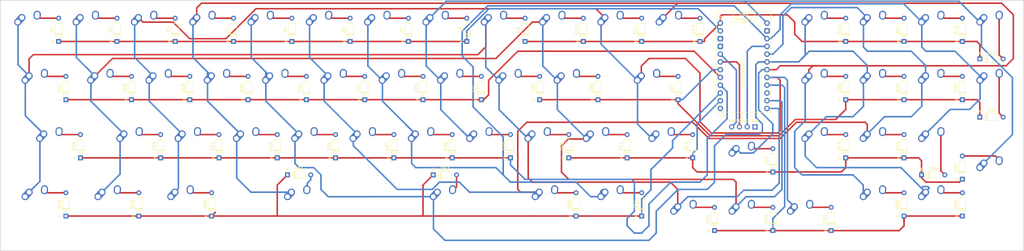
<source format=kicad_pcb>
(kicad_pcb (version 20221018) (generator pcbnew)
  (layers (0 "F.Cu" signal) (31 "B.Cu" signal) (34 "B.Paste" user) (35 "F.Paste" user) (36 "B.SilkS" user "B.Silkscreen") (37 "F.SilkS" user "F.Silkscreen") (38 "B.Mask" user) (39 "F.Mask" user) (44 "Edge.Cuts" user))
  (net 0 "")
  (net 1 "ROW8")
  (net 2 "Net-(D1-A)")
  (net 3 "Net-(D2-A)")
  (net 4 "Net-(D3-A)")
  (net 5 "Net-(D4-A)")
  (net 6 "Net-(D5-A)")
  (net 7 "Net-(D6-A)")
  (net 8 "Net-(D7-A)")
  (net 9 "Net-(D8-A)")
  (net 10 "Net-(D9-A)")
  (net 11 "Net-(D10-A)")
  (net 12 "Net-(D11-A)")
  (net 13 "Net-(D12-A)")
  (net 14 "Net-(D13-A)")
  (net 15 "Net-(D14-A)")
  (net 16 "Net-(D15-A)")
  (net 17 "Net-(D16-A)")
  (net 18 "Net-(D17-A)")
  (net 19 "Net-(D18-A)")
  (net 20 "Net-(D19-A)")
  (net 21 "Net-(D20-A)")
  (net 22 "Net-(D21-A)")
  (net 23 "Net-(D22-A)")
  (net 24 "Net-(D23-A)")
  (net 25 "Net-(D25-A)")
  (net 26 "Net-(D26-A)")
  (net 27 "Net-(D27-A)")
  (net 28 "Net-(D28-A)")
  (net 29 "Net-(D29-A)")
  (net 30 "Net-(D30-A)")
  (net 31 "Net-(D31-A)")
  (net 32 "Net-(D32-A)")
  (net 33 "Net-(D33-A)")
  (net 34 "Net-(D34-A)")
  (net 35 "Net-(D35-A)")
  (net 36 "Net-(D36-A)")
  (net 37 "Net-(D37-A)")
  (net 38 "Net-(D38-A)")
  (net 39 "Net-(D39-A)")
  (net 40 "Net-(D40-A)")
  (net 41 "Net-(D41-A)")
  (net 42 "Net-(D42-A)")
  (net 43 "Net-(D43-A)")
  (net 44 "Net-(D44-A)")
  (net 45 "Net-(D45-A)")
  (net 46 "Net-(D47-A)")
  (net 47 "Net-(D48-A)")
  (net 48 "Net-(D49-A)")
  (net 49 "Net-(D50-A)")
  (net 50 "Net-(D51-A)")
  (net 51 "Net-(D52-A)")
  (net 52 "Net-(D53-A)")
  (net 53 "Net-(D54-A)")
  (net 54 "Net-(D55-A)")
  (net 55 "Net-(D57-A)")
  (net 56 "Net-(D58-A)")
  (net 57 "Net-(D59-A)")
  (net 58 "COL1")
  (net 59 "COL2")
  (net 60 "COL3")
  (net 61 "COL4")
  (net 62 "COL5")
  (net 63 "COL6")
  (net 64 "COL7")
  (net 65 "COL8")
  (net 66 "GND")
  (net 67 "SDA")
  (net 68 "SCL")
  (net 69 "ROW6")
  (net 70 "ROW3")
  (net 72 "VCC")
  (net 73 "ROW2")
  (net 74 "ROW5")
  (net 75 "ROW1")
  (net 76 "ROW4")
  (net 77 "Net-(D24-A)")
  (net 78 "Net-(D46-A)")
  (net 79 "Net-(D56-A)")
  (net 80 "ROW7")
  (footprint "Diode_THT:D_DO-35_SOD27_P7.62mm_Horizontal" (layer "F.Cu") (at 64.2938 108.7287 90)
    (fp_text reference "D1")
    (fp_text value "1N4148")
  )
  (footprint "Diode_THT:D_DO-35_SOD27_P7.62mm_Horizontal" (layer "F.Cu") (at 139.065 152.4)
    (fp_text reference "D51")
    (fp_text value "1N4148")
  )
  (footprint "MX:MX-Alps-Hybrid-1U" (layer "F.Cu") (at 330.9938 143.0187)
    (fp_text reference "MX45")
    (fp_text value "MX")
  )
  (footprint "Diode_THT:D_DO-35_SOD27_P7.62mm_Horizontal" (layer "F.Cu") (at 321.4688 146.8287 90)
    (fp_text reference "D44")
    (fp_text value "1N4148")
  )
  (footprint "MX:MX-Alps-Hybrid-1U" (layer "F.Cu") (at 264.3188 104.9187)
    (fp_text reference "MX12")
    (fp_text value "MX")
  )
  (footprint "MX:MX-Alps-Hybrid-1.75U" (layer "F.Cu") (at 257.175 123.9687)
    (fp_text reference "MX27")
    (fp_text value "MX")
  )
  (footprint "MX:MX-Alps-Hybrid-1U" (layer "F.Cu") (at 226.2188 104.9187)
    (fp_text reference "MX10")
    (fp_text value "MX")
  )
  (footprint "MX:MX-Alps-Hybrid-1U" (layer "F.Cu") (at 173.8313 123.9687)
    (fp_text reference "MX23")
    (fp_text value "MX")
  )
  (footprint "Diode_THT:D_DO-35_SOD27_P7.62mm_Horizontal" (layer "F.Cu") (at 183.3563 127.7787 90)
    (fp_text reference "D23")
    (fp_text value "1N4148")
  )
  (footprint "MX:MX-Alps-Hybrid-1U" (layer "F.Cu") (at 350.0438 123.9687)
    (fp_text reference "MX30")
    (fp_text value "MX")
  )
  (footprint "MX:MX-Alps-Hybrid-1U" (layer "F.Cu") (at 116.6813 123.9687)
    (fp_text reference "MX20")
    (fp_text value "MX")
  )
  (footprint "MX:MX-Alps-Hybrid-1U" (layer "F.Cu") (at 269.0813 166.8312)
    (fp_text reference "MX55")
    (fp_text value "MX")
  )
  (footprint "MX:MX-Alps-Hybrid-1U" (layer "F.Cu") (at 135.7313 123.9687)
    (fp_text reference "MX21")
    (fp_text value "MX")
  )
  (footprint "Diode_THT:D_DO-35_SOD27_P7.62mm_Horizontal" (layer "F.Cu") (at 266.7 127.7787 90)
    (fp_text reference "D27")
    (fp_text value "1N4148")
  )
  (footprint "Diode_THT:D_DO-35_SOD27_P7.62mm_Horizontal" (layer "F.Cu") (at 273.8438 108.7287 90)
    (fp_text reference "D12")
    (fp_text value "1N4148")
  )
  (footprint "MX:MX-Alps-Hybrid-1U" (layer "F.Cu") (at 350.0438 162.0687)
    (fp_text reference "MX59")
    (fp_text value "MX")
  )
  (footprint "Diode_THT:D_DO-35_SOD27_P7.62mm_Horizontal" (layer "F.Cu") (at 340.5188 165.8787 90)
    (fp_text reference "D58")
    (fp_text value "1N4148")
  )
  (footprint "Diode_THT:D_DO-35_SOD27_P7.62mm_Horizontal" (layer "F.Cu") (at 71.4375 146.8287 90)
    (fp_text reference "D32")
    (fp_text value "1N4148")
  )
  (footprint "Diode_THT:D_DO-35_SOD27_P7.62mm_Horizontal" (layer "F.Cu") (at 173.8313 146.8287 90)
    (fp_text reference "D37")
    (fp_text value "1N4148")
  )
  (footprint "MX:MX-Alps-Hybrid-1U" (layer "F.Cu") (at 164.3063 143.0187)
    (fp_text reference "MX37")
    (fp_text value "MX")
  )
  (footprint "MX:MX-Alps-Hybrid-1.25U" (layer "F.Cu") (at 57.15 123.9687)
    (fp_text reference "MX17")
    (fp_text value "MX")
  )
  (footprint "Diode_THT:D_DO-35_SOD27_P7.62mm_Horizontal" (layer "F.Cu") (at 297.6563 170.6412 90)
    (fp_text reference "D56")
    (fp_text value "1N4148")
  )
  (footprint "MX:MX-Alps-Hybrid-1.25U" (layer "F.Cu") (at 104.775 162.0687)
    (fp_text reference "MX50")
    (fp_text value "MX")
  )
  (footprint "Diode_THT:D_DO-35_SOD27_P7.62mm_Horizontal" (layer "F.Cu") (at 178.5938 108.7287 90)
    (fp_text reference "D7")
    (fp_text value "1N4148")
  )
  (footprint "MX:MX-Alps-Hybrid-1.25U" (layer "F.Cu") (at 245.2688 162.0687)
    (fp_text reference "MX54")
    (fp_text value "MX")
  )
  (footprint "MX:MX-Alps-Hybrid-1.25U" (layer "F.Cu") (at 223.8375 162.0687)
    (fp_text reference "MX53")
    (fp_text value "MX")
  )
  (footprint "MX:MX-Alps-Hybrid-1U" (layer "F.Cu") (at 183.3563 143.0187)
    (fp_text reference "MX38")
    (fp_text value "MX")
  )
  (footprint "Diode_THT:D_DO-35_SOD27_P7.62mm_Horizontal" (layer "F.Cu") (at 126.2063 127.7787 90)
    (fp_text reference "D20")
    (fp_text value "1N4148")
  )
  (footprint "Diode_THT:D_DO-35_SOD27_P7.62mm_Horizontal" (layer "F.Cu") (at 159.5438 108.7287 90)
    (fp_text reference "D6")
    (fp_text value "1N4148")
  )
  (footprint "Diode_THT:D_DO-35_SOD27_P7.62mm_Horizontal" (layer "F.Cu") (at 359.5688 153.8287 90)
    (fp_text reference "D47")
    (fp_text value "1N4148")
  )
  (footprint "Diode_THT:D_DO-35_SOD27_P7.62mm_Horizontal" (layer "F.Cu") (at 145.2563 127.7787 90)
    (fp_text reference "D21")
    (fp_text value "1N4148")
  )
  (footprint "MX:MX-Alps-Hybrid-1U" (layer "F.Cu") (at 369.0938 152.5437)
    (fp_text reference "MX47")
    (fp_text value "MX")
  )
  (footprint "Diode_THT:D_DO-35_SOD27_P7.62mm_Horizontal" (layer "F.Cu") (at 186.69 152.4)
    (fp_text reference "D52")
    (fp_text value "1N4148")
  )
  (footprint "MX:MX-Alps-Hybrid-1U" (layer "F.Cu") (at 130.9688 104.9187)
    (fp_text reference "MX5")
    (fp_text value "MX")
  )
  (footprint "Diode_THT:D_DO-35_SOD27_P7.62mm_Horizontal" (layer "F.Cu") (at 250.0313 146.8287 90)
    (fp_text reference "D41")
    (fp_text value "1N4148")
  )
  (footprint "Diode_THT:D_DO-35_SOD27_P7.62mm_Horizontal" (layer "F.Cu") (at 271.4625 146.8287 90)
    (fp_text reference "D42")
    (fp_text value "1N4148")
  )
  (footprint "Diode_THT:D_DO-35_SOD27_P7.62mm_Horizontal" (layer "F.Cu") (at 240.5063 127.7787 90)
    (fp_text reference "D26")
    (fp_text value "1N4148")
  )
  (footprint "Diode_THT:D_DO-35_SOD27_P7.62mm_Horizontal" (layer "F.Cu") (at 164.3063 127.7787 90)
    (fp_text reference "D22")
    (fp_text value "1N4148")
  )
  (footprint "Diode_THT:D_DO-35_SOD27_P7.62mm_Horizontal" (layer "F.Cu") (at 114.3 165.8787 90)
    (fp_text reference "D50")
    (fp_text value "1N4148")
  )
  (footprint "MX:MX-Alps-Hybrid-1U" (layer "F.Cu") (at 202.4063 143.0187)
    (fp_text reference "MX39")
    (fp_text value "MX")
  )
  (footprint "Diode_THT:D_DO-35_SOD27_P7.62mm_Horizontal" (layer "F.Cu") (at 66.675 127.7787 90)
    (fp_text reference "D17")
    (fp_text value "1N4148")
  )
  (footprint "MX:MX-Alps-Hybrid-1U" (layer "F.Cu") (at 107.1563 143.0187)
    (fp_text reference "MX34")
    (fp_text value "MX")
  )
  (footprint "Diode_THT:D_DO-35_SOD27_P7.62mm_Horizontal" (layer "F.Cu") (at 90.4875 165.8787 90)
    (fp_text reference "D49")
    (fp_text value "1N4148")
  )
  (footprint "Diode_THT:D_DO-35_SOD27_P7.62mm_Horizontal" (layer "F.Cu") (at 346.2338 152.4)
    (fp_text reference "D46")
    (fp_text value "1N4148")
  )
  (footprint "Diode_THT:D_DO-35_SOD27_P7.62mm_Horizontal" (layer "F.Cu") (at 233.3625 165.8787 90)
    (fp_text reference "D53")
    (fp_text value "1N4148")
  )
  (footprint "Diode_THT:D_DO-35_SOD27_P7.62mm_Horizontal" (layer "F.Cu") (at 254.7938 108.7287 90)
    (fp_text reference "D11")
    (fp_text value "1N4148")
  )
  (footprint "Diode_THT:D_DO-35_SOD27_P7.62mm_Horizontal" (layer "F.Cu") (at 365.2838 133.4937)
    (fp_text reference "D31")
    (fp_text value "1N4148")
  )
  (footprint "MX:MX-Alps-Hybrid-1U" (layer "F.Cu") (at 330.9938 162.0687)
    (fp_text reference "MX58")
    (fp_text value "MX")
  )
  (footprint "Diode_THT:D_DO-35_SOD27_P7.62mm_Horizontal" (layer "F.Cu") (at 211.9313 146.8287 90)
    (fp_text reference "D39")
    (fp_text value "1N4148")
  )
  (footprint "Diode_THT:D_DO-35_SOD27_P7.62mm_Horizontal" (layer "F.Cu") (at 321.4688 127.7787 90)
    (fp_text reference "D28")
    (fp_text value "1N4148")
  )
  (footprint "MX:MX-Alps-Hybrid-1.25U" (layer "F.Cu") (at 80.9625 162.0687)
    (fp_text reference "MX49")
    (fp_text value "MX")
  )
  (footprint "Diode_THT:D_DO-35_SOD27_P7.62mm_Horizontal" (layer "F.Cu") (at 365.2838 114.4437)
    (fp_text reference "D16")
    (fp_text value "1N4148")
  )
  (footprint "MX:MX-Alps-Hybrid-1U" (layer "F.Cu") (at 54.7688 104.9187)
    (fp_text reference "MX1")
    (fp_text value "MX")
  )
  (footprint "MX:MX-Alps-Hybrid-1U" (layer "F.Cu") (at 350.0438 104.9187)
    (fp_text reference "MX15")
    (fp_text value "MX")
  )
  (footprint "Diode_THT:D_DO-35_SOD27_P7.62mm_Horizontal" (layer "F.Cu") (at 221.4563 127.7787 90)
    (fp_text reference "D25")
    (fp_text value "1N4148")
  )
  (footprint "MX:MX-Alps-Hybrid-1.25U" (layer "F.Cu") (at 57.15 162.0687)
    (fp_text reference "MX48")
    (fp_text value "MX")
  )
  (footprint "MX:MX-Alps-Hybrid-1U" (layer "F.Cu") (at 369.0938 123.9687)
    (fp_text reference "MX31")
    (fp_text value "MX")
  )
  (footprint "Diode_THT:D_DO-35_SOD27_P7.62mm_Horizontal" (layer "F.Cu") (at 140.4938 108.7287 90)
    (fp_text reference "D5")
    (fp_text value "1N4148")
  )
  (footprint "MX:MX-Alps-Hybrid-1U" (layer "F.Cu") (at 150.0188 104.9187)
    (fp_text reference "MX6")
    (fp_text value "MX")
  )
  (footprint "MX:MX-Alps-Hybrid-1U" (layer "F.Cu") (at 230.9813 123.9687)
    (fp_text reference "MX26")
    (fp_text value "MX")
  )
  (footprint "MX:MX-Alps-Hybrid-1U" (layer "F.Cu") (at 126.2063 143.0187)
    (fp_text reference "MX35")
    (fp_text value "MX")
  )
  (footprint "MX:MX-Alps-Hybrid-1U" (layer "F.Cu") (at 145.2563 143.0187)
    (fp_text reference "MX36")
    (fp_text value "MX")
  )
  (footprint "MX:MX-Alps-Hybrid-2.25U-ReversedStabilizers" (layer "F.Cu") (at 190.5 162.0687)
    (fp_text reference "MX52")
    (fp_text value "MX")
  )
  (footprint "Diode_THT:D_DO-35_SOD27_P7.62mm_Horizontal" (layer "F.Cu") (at 359.5688 165.8787 90)
    (fp_text reference "D59")
    (fp_text value "1N4148")
  )
  (footprint "Diode_THT:D_DO-35_SOD27_P7.62mm_Horizontal" (layer "F.Cu") (at 107.1563 127.7787 90)
    (fp_text reference "D19")
    (fp_text value "1N4148")
  )
  (footprint "MX:MX-Alps-Hybrid-1.75U" (layer "F.Cu") (at 61.9125 143.0187)
    (fp_text reference "MX32")
    (fp_text value "MX")
  )
  (footprint "Diode_THT:D_DO-35_SOD27_P7.62mm_Horizontal" (layer "F.Cu") (at 340.5188 146.8287 90)
    (fp_text reference "D45")
    (fp_text value "1N4148")
  )
  (footprint "Diode_THT:D_DO-35_SOD27_P7.62mm_Horizontal" (layer "F.Cu") (at 278.6063 170.6412 90)
    (fp_text reference "D55")
    (fp_text value "1N4148")
  )
  (footprint "Diode_THT:D_DO-35_SOD27_P7.62mm_Horizontal" (layer "F.Cu") (at 88.1063 127.7787 90)
    (fp_text reference "D18")
    (fp_text value "1N4148")
  )
  (footprint "Diode_THT:D_DO-35_SOD27_P7.62mm_Horizontal" (layer "F.Cu") (at 154.7813 146.8287 90)
    (fp_text reference "D36")
    (fp_text value "1N4148")
  )
  (footprint "Diode_THT:D_DO-35_SOD27_P7.62mm_Horizontal" (layer "F.Cu") (at 216.6938 108.7287 90)
    (fp_text reference "D9")
    (fp_text value "1N4148")
  )
  (footprint "MX:MX-Alps-Hybrid-1U" (layer "F.Cu") (at 311.9438 123.9687)
    (fp_text reference "MX28")
    (fp_text value "MX")
  )
  (footprint "MX:MX-Alps-Hybrid-1U" (layer "F.Cu") (at 78.5813 123.9687)
    (fp_text reference "MX18")
    (fp_text value "MX")
  )
  (footprint "MX:MX-Alps-Hybrid-1U" (layer "F.Cu") (at 330.9938 123.9687)
    (fp_text reference "MX29")
    (fp_text value "MX")
  )
  (footprint "MX:MX-Alps-Hybrid-1U" (layer "F.Cu") (at 221.4563 143.0187)
    (fp_text reference "MX40")
    (fp_text value "MX")
  )
  (footprint "MX:MX-Alps-Hybrid-1U" (layer "F.Cu") (at 192.8813 123.9687)
    (fp_text reference "MX24")
    (fp_text value "MX")
  )
  (footprint "Diode_THT:D_DO-35_SOD27_P7.62mm_Horizontal" (layer "F.Cu") (at 321.4688 108.7287 90)
    (fp_text reference "D13")
    (fp_text value "1N4148")
  )
  (footprint "Diode_THT:D_DO-35_SOD27_P7.62mm_Horizontal" (layer "F.Cu") (at 197.6438 108.7287 90)
    (fp_text reference "D8")
    (fp_text value "1N4148")
  )
  (footprint "MX:MX-Alps-Hybrid-1U" (layer "F.Cu") (at 288.1313 166.8312)
    (fp_text reference "MX56")
    (fp_text value "MX")
  )
  (footprint "Diode_THT:D_DO-35_SOD27_P7.62mm_Horizontal" (layer "F.Cu") (at 340.5188 127.7787 90)
    (fp_text reference "D29")
    (fp_text value "1N4148")
  )
  (footprint "MX:MX-Alps-Hybrid-1U" (layer "F.Cu") (at 169.0688 104.9187)
    (fp_text reference "MX7")
    (fp_text value "MX")
  )
  (footprint "Diode_THT:D_DO-35_SOD27_P7.62mm_Horizontal" (layer "F.Cu") (at 97.6313 146.8287 90)
    (fp_text reference "D33")
    (fp_text value "1N4148")
  )
  (footprint "MX:MX-Alps-Hybrid-1U" (layer "F.Cu") (at 311.9438 104.9187)
    (fp_text reference "MX13")
    (fp_text value "MX")
  )
  (footprint "Diode_THT:D_DO-35_SOD27_P7.62mm_Horizontal" (layer "F.Cu") (at 116.6813 146.8287 90)
    (fp_text reference "D34")
    (fp_text value "1N4148")
  )
  (footprint "Diode_THT:D_DO-35_SOD27_P7.62mm_Horizontal" (layer "F.Cu") (at 359.5688 108.7287 90)
    (fp_text reference "D15")
    (fp_text value "1N4148")
  )
  (footprint "Diode_THT:D_DO-35_SOD27_P7.62mm_Horizontal" (layer "F.Cu") (at 202.4063 127.7787 90)
    (fp_text reference "D24")
    (fp_text value "1N4148")
  )
  (footprint "MX:MX-Alps-Hybrid-1U" (layer "F.Cu") (at 188.1188 104.9187)
    (fp_text reference "MX8")
    (fp_text value "MX")
  )
  (footprint "Diode_THT:D_DO-35_SOD27_P7.62mm_Horizontal" (layer "F.Cu") (at 297.6563 151.4475 90)
    (fp_text reference "D43")
    (fp_text value "1N4148")
  )
  (footprint "Diode_THT:D_DO-35_SOD27_P7.62mm_Horizontal" (layer "F.Cu") (at 340.5188 108.7287 90)
    (fp_text reference "D14")
    (fp_text value "1N4148")
  )
  (footprint "Diode_THT:D_DO-35_SOD27_P7.62mm_Horizontal" (layer "F.Cu") (at 121.4438 108.7287 90)
    (fp_text reference "D4")
    (fp_text value "1N4148")
  )
  (footprint "MX:MX-Alps-Hybrid-1U" (layer "F.Cu") (at 330.9938 104.9187)
    (fp_text reference "MX14")
    (fp_text value "MX")
  )
  (footprint "MX:MX-Alps-Hybrid-1U" (layer "F.Cu") (at 154.7813 123.9687)
    (fp_text reference "MX22")
    (fp_text value "MX")
  )
  (footprint "PCM_marbastlib-xp-promicroish:ProMicro_USBup" (layer "F.Cu") (at 288.1313 116.6812)
    (fp_text reference "U1")
    (fp_text value "ProMicro")
  )
  (footprint "Diode_THT:D_DO-35_SOD27_P7.62mm_Horizontal" (layer "F.Cu") (at 316.7063 170.6412 90)
    (fp_text reference "D57")
    (fp_text value "1N4148")
  )
  (footprint "MX:MX-Alps-Hybrid-1U" (layer "F.Cu") (at 245.2688 104.9187)
    (fp_text reference "MX11")
    (fp_text value "MX")
  )
  (footprint "Diode_THT:D_DO-35_SOD27_P7.62mm_Horizontal" (layer "F.Cu") (at 359.5688 127.7787 90)
    (fp_text reference "D30")
    (fp_text value "1N4148")
  )
  (footprint "MX:MX-Alps-Hybrid-1U" (layer "F.Cu") (at 311.9438 143.0187)
    (fp_text reference "MX44")
    (fp_text value "MX")
  )
  (footprint "MX:MX-Alps-Hybrid-1U" (layer "F.Cu") (at 288.1313 147.7812)
    (fp_text reference "MX43")
    (fp_text value "MX")
  )
  (footprint "Diode_THT:D_DO-35_SOD27_P7.62mm_Horizontal" (layer "F.Cu") (at 102.3938 108.7287 90)
    (fp_text reference "D3")
    (fp_text value "1N4148")
  )
  (footprint "MX:MX-Alps-Hybrid-1U" (layer "F.Cu") (at 240.5063 143.0187)
    (fp_text reference "MX41")
    (fp_text value "MX")
  )
  (footprint "Diode_THT:D_DO-35_SOD27_P7.62mm_Horizontal" (layer "F.Cu") (at 230.9813 146.8287 90)
    (fp_text reference "D40")
    (fp_text value "1N4148")
  )
  (footprint "MX:MX-Alps-Hybrid-1U" (layer "F.Cu") (at 211.9313 123.9687)
    (fp_text reference "MX25")
    (fp_text value "MX")
  )
  (footprint "MX:MX-Alps-Hybrid-1U" (layer "F.Cu") (at 350.0438 143.0187)
    (fp_text reference "MX46")
    (fp_text value "MX")
  )
  (footprint "OLED:SSD1306-0.91-OLED-4pin-128x32" (layer "F.Cu") (at 294.0163 100.1775 -90)
    (fp_text reference "J1")
    (fp_text value "Conn_01x04_Socket")
  )
  (footprint "MX:MX-Alps-Hybrid-1U" (layer "F.Cu") (at 73.8188 104.9187)
    (fp_text reference "MX2")
    (fp_text value "MX")
  )
  (footprint "MX:MX-Alps-Hybrid-1.25U" (layer "F.Cu") (at 261.9375 143.0187)
    (fp_text reference "MX42")
    (fp_text value "MX")
  )
  (footprint "Diode_THT:D_DO-35_SOD27_P7.62mm_Horizontal" (layer "F.Cu") (at 83.3438 108.7287 90)
    (fp_text reference "D2")
    (fp_text value "1N4148")
  )
  (footprint "MX:MX-Alps-Hybrid-1U" (layer "F.Cu") (at 307.1813 166.8312)
    (fp_text reference "MX57")
    (fp_text value "MX")
  )
  (footprint "Diode_THT:D_DO-35_SOD27_P7.62mm_Horizontal" (layer "F.Cu") (at 66.675 165.8787 90)
    (fp_text reference "D48")
    (fp_text value "1N4148")
  )
  (footprint "MX:MX-Alps-Hybrid-1U" (layer "F.Cu") (at 97.6313 123.9687)
    (fp_text reference "MX19")
    (fp_text value "MX")
  )
  (footprint "Diode_THT:D_DO-35_SOD27_P7.62mm_Horizontal" (layer "F.Cu") (at 254.7938 165.8787 90)
    (fp_text reference "D54")
    (fp_text value "1N4148")
  )
  (footprint "Diode_THT:D_DO-35_SOD27_P7.62mm_Horizontal" (layer "F.Cu") (at 235.7438 108.7287 90)
    (fp_text reference "D10")
    (fp_text value "1N4148")
  )
  (footprint "MX:MX-Alps-Hybrid-1U" (layer "F.Cu") (at 369.0938 104.9187)
    (fp_text reference "MX16")
    (fp_text value "MX")
  )
  (footprint "MX:MX-Alps-Hybrid-1U" (layer "F.Cu") (at 88.1063 143.0187)
    (fp_text reference "MX33")
    (fp_text value "MX")
  )
  (footprint "Diode_THT:D_DO-35_SOD27_P7.62mm_Horizontal" (layer "F.Cu") (at 192.8813 146.8287 90)
    (fp_text reference "D38")
    (fp_text value "1N4148")
  )
  (footprint "MX:MX-Alps-Hybrid-2.75U-ReversedStabilizers" (layer "F.Cu") (at 142.875 162.0687)
    (fp_text reference "MX51")
    (fp_text value "MX")
  )
  (footprint "MX:MX-Alps-Hybrid-1U" (layer "F.Cu") (at 92.8688 104.9187)
    (fp_text reference "MX3")
    (fp_text value "MX")
  )
  (footprint "Diode_THT:D_DO-35_SOD27_P7.62mm_Horizontal" (layer "F.Cu") (at 135.7313 146.8287 90)
    (fp_text reference "D35")
    (fp_text value "1N4148")
  )
  (footprint "MX:MX-Alps-Hybrid-1U" (layer "F.Cu") (at 111.9188 104.9187)
    (fp_text reference "MX4")
    (fp_text value "MX")
  )
  (footprint "MX:MX-Alps-Hybrid-1U" (layer "F.Cu") (at 207.1688 104.9187)
    (fp_text reference "MX9")
    (fp_text value "MX")
  )
  (gr_line (start 379.61875 177.2125) (end 379.61875 95.25) (stroke (width 0.2)) (layer "Edge.Cuts"))
  (gr_line (start 45.24375 177.2125) (end 379.61875 177.2125) (stroke (width 0.2)) (layer "Edge.Cuts"))
  (gr_line (start 45.24375 95.25) (end 379.61875 95.25) (stroke (width 0.2)) (layer "Edge.Cuts"))
  (gr_line (start 45.24375 177.2125) (end 45.24375 95.25) (stroke (width 0.2)) (layer "Edge.Cuts"))
  (gr_arc (start 45.24375 95.25) (mid 45.24375 95.25) (end 45.24375 95.25) (stroke (width 0.2)) (layer "Edge.Cuts"))
  (gr_arc (start 45.24375 95.25) (mid 45.24375 95.25) (end 45.24375 95.25) (stroke (width 0.2)) (layer "Edge.Cuts"))
  (gr_arc (start 379.61875 95.25) (mid 379.61875 95.25) (end 379.61875 95.25) (stroke (width 0.2)) (layer "Edge.Cuts"))
  (gr_arc (start 45.24375 177.2125) (mid 45.24375 177.2125) (end 45.24375 177.2125) (stroke (width 0.2)) (layer "Edge.Cuts"))
  (segment (start 297.6564 170.641) (end 297.6563 170.6411) (width 0.5) (layer "F.Cu") (net 1))
  (segment (start 278.6065 170.641) (end 297.6564 170.641) (width 0.5) (layer "F.Cu") (net 1))
  (segment (start 297.6564 170.641) (end 316.7065 170.641) (width 0.5) (layer "F.Cu") (net 1))
  (segment (start 297.6563 170.6411) (end 297.6563 170.6412) (width 0.5) (layer "F.Cu") (net 1))
  (segment (start 316.7065 170.641) (end 338.946 170.641) (width 0.5) (layer "F.Cu") (net 1))
  (segment (start 278.6065 170.641) (end 278.6063 170.6412) (width 0.5) (layer "F.Cu") (net 1))
  (segment (start 340.519 169.069) (end 340.519 167.474) (width 0.5) (layer "F.Cu") (net 1))
  (segment (start 338.946 170.641) (end 340.519 169.069) (width 0.5) (layer "F.Cu") (net 1))
  (segment (start 340.519 167.474) (end 340.5188 167.4738) (width 0.5) (layer "F.Cu") (net 1))
  (segment (start 340.519 167.474) (end 340.519 165.879) (width 0.5) (layer "F.Cu") (net 1))
  (segment (start 340.5188 167.4738) (end 340.5188 165.8787) (width 0.5) (layer "F.Cu") (net 1))
  (segment (start 340.519 165.879) (end 359.5688 165.879) (width 0.5) (layer "F.Cu") (net 1))
  (segment (start 359.5688 165.8787) (end 359.5688 165.879) (width 0.5) (layer "F.Cu") (net 1))
  (segment (start 316.7065 170.641) (end 316.7063 170.6412) (width 0.5) (layer "F.Cu") (net 1))
  (segment (start 301.51875 123.825) (end 301.51875 162.825) (width 0.5) (layer "B.Cu") (net 1))
  (segment (start 301.51875 162.825) (end 297.6563 166.68745) (width 0.5) (layer "B.Cu") (net 1))
  (segment (start 295.7513 123.0312) (end 300.72495 123.0312) (width 0.5) (layer "B.Cu") (net 1))
  (segment (start 297.6563 170.6412) (end 297.6563 166.68745) (width 0.5) (layer "B.Cu") (net 1))
  (segment (start 300.72495 123.0312) (end 301.51875 123.825) (width 0.5) (layer "B.Cu") (net 1))
  (segment (start 64.2935 101.109) (end 64.2938 101.109) (width 0.5) (layer "F.Cu") (net 2))
  (segment (start 57.2688 100.419) (end 57.9588 101.109) (width 0.5) (layer "F.Cu") (net 2))
  (segment (start 64.2935 101.109) (end 64.2938 101.1087) (width 0.5) (layer "F.Cu") (net 2))
  (segment (start 57.2688 100.419) (end 57.2688 100.4187) (width 0.5) (layer "F.Cu") (net 2))
  (segment (start 57.9588 101.109) (end 64.2935 101.109) (width 0.5) (layer "F.Cu") (net 2))
  (segment (start 57.3088 99.8387) (end 57.2688 99.8787) (width 0.5) (layer "B.Cu") (net 2))
  (segment (start 57.2688 99.8787) (end 57.2688 100.4187) (width 0.5) (layer "B.Cu") (net 2))
  (segment (start 83.3435 101.109) (end 83.3438 101.109) (width 0.5) (layer "F.Cu") (net 3))
  (segment (start 76.3188 100.419) (end 77.0088 101.109) (width 0.5) (layer "F.Cu") (net 3))
  (segment (start 76.3188 100.419) (end 76.3188 100.4187) (width 0.5) (layer "F.Cu") (net 3))
  (segment (start 77.0088 101.109) (end 83.3435 101.109) (width 0.5) (layer "F.Cu") (net 3))
  (segment (start 83.3435 101.109) (end 83.3438 101.1087) (width 0.5) (layer "F.Cu") (net 3))
  (segment (start 76.3188 99.8787) (end 76.3188 100.4187) (width 0.5) (layer "B.Cu") (net 3))
  (segment (start 76.3588 99.8387) (end 76.3188 99.8787) (width 0.5) (layer "B.Cu") (net 3))
  (segment (start 95.3688 100.419) (end 96.0588 101.109) (width 0.5) (layer "F.Cu") (net 4))
  (segment (start 96.0588 101.109) (end 102.3935 101.109) (width 0.5) (layer "F.Cu") (net 4))
  (segment (start 102.3935 101.109) (end 102.3938 101.1087) (width 0.5) (layer "F.Cu") (net 4))
  (segment (start 102.3935 101.109) (end 102.394 101.109) (width 0.5) (layer "F.Cu") (net 4))
  (segment (start 95.3688 100.419) (end 95.3688 100.4187) (width 0.5) (layer "F.Cu") (net 4))
  (segment (start 95.3688 100.4187) (end 95.4088 100.3787) (width 0.5) (layer "B.Cu") (net 4))
  (segment (start 95.4088 100.3787) (end 95.4088 99.8387) (width 0.5) (layer "B.Cu") (net 4))
  (segment (start 114.4188 100.4187) (end 114.4188 100.4188) (width 0.5) (layer "F.Cu") (net 5))
  (segment (start 121.4435 101.109) (end 121.4438 101.1087) (width 0.5) (layer "F.Cu") (net 5))
  (segment (start 115.109 101.109) (end 121.4435 101.109) (width 0.5) (layer "F.Cu") (net 5))
  (segment (start 121.4435 101.109) (end 121.444 101.109) (width 0.5) (layer "F.Cu") (net 5))
  (segment (start 114.4188 100.4188) (end 114.419 100.419) (width 0.5) (layer "F.Cu") (net 5))
  (segment (start 114.419 100.419) (end 115.109 101.109) (width 0.5) (layer "F.Cu") (net 5))
  (segment (start 114.4588 99.8387) (end 114.4188 99.8787) (width 0.5) (layer "B.Cu") (net 5))
  (segment (start 114.4188 99.8787) (end 114.4188 100.4187) (width 0.5) (layer "B.Cu") (net 5))
  (segment (start 134.159 101.109) (end 140.4935 101.109) (width 0.5) (layer "F.Cu") (net 6))
  (segment (start 133.4688 100.4188) (end 133.469 100.419) (width 0.5) (layer "F.Cu") (net 6))
  (segment (start 133.4688 100.4187) (end 133.4688 100.4188) (width 0.5) (layer "F.Cu") (net 6))
  (segment (start 133.469 100.419) (end 134.159 101.109) (width 0.5) (layer "F.Cu") (net 6))
  (segment (start 140.4935 101.109) (end 140.494 101.109) (width 0.5) (layer "F.Cu") (net 6))
  (segment (start 140.4935 101.109) (end 140.4938 101.1087) (width 0.5) (layer "F.Cu") (net 6))
  (segment (start 133.5088 99.8387) (end 133.4688 99.8787) (width 0.5) (layer "B.Cu") (net 6))
  (segment (start 133.4688 99.8787) (end 133.4688 100.4187) (width 0.5) (layer "B.Cu") (net 6))
  (segment (start 159.5435 101.109) (end 159.5438 101.1087) (width 0.5) (layer "F.Cu") (net 7))
  (segment (start 153.209 101.109) (end 159.5435 101.109) (width 0.5) (layer "F.Cu") (net 7))
  (segment (start 152.519 100.419) (end 153.209 101.109) (width 0.5) (layer "F.Cu") (net 7))
  (segment (start 152.5188 100.4187) (end 152.5188 100.4188) (width 0.5) (layer "F.Cu") (net 7))
  (segment (start 152.5188 100.4188) (end 152.519 100.419) (width 0.5) (layer "F.Cu") (net 7))
  (segment (start 159.5435 101.109) (end 159.544 101.109) (width 0.5) (layer "F.Cu") (net 7))
  (segment (start 152.5588 99.8387) (end 152.5188 99.8787) (width 0.5) (layer "B.Cu") (net 7))
  (segment (start 152.5188 99.8787) (end 152.5188 100.4187) (width 0.5) (layer "B.Cu") (net 7))
  (segment (start 171.5688 100.4188) (end 171.569 100.419) (width 0.5) (layer "F.Cu") (net 8))
  (segment (start 172.259 101.109) (end 178.5935 101.109) (width 0.5) (layer "F.Cu") (net 8))
  (segment (start 171.569 100.419) (end 172.259 101.109) (width 0.5) (layer "F.Cu") (net 8))
  (segment (start 171.5688 100.4187) (end 171.5688 100.4188) (width 0.5) (layer "F.Cu") (net 8))
  (segment (start 178.5935 101.109) (end 178.594 101.109) (width 0.5) (layer "F.Cu") (net 8))
  (segment (start 178.5935 101.109) (end 178.5938 101.1087) (width 0.5) (layer "F.Cu") (net 8))
  (segment (start 171.5688 99.8787) (end 171.5688 100.4187) (width 0.5) (layer "B.Cu") (net 8))
  (segment (start 171.6088 99.8387) (end 171.5688 99.8787) (width 0.5) (layer "B.Cu") (net 8))
  (segment (start 190.619 100.419) (end 191.309 101.109) (width 0.5) (layer "F.Cu") (net 9))
  (segment (start 191.309 101.109) (end 197.6435 101.109) (width 0.5) (layer "F.Cu") (net 9))
  (segment (start 197.6435 101.109) (end 197.6438 101.1087) (width 0.5) (layer "F.Cu") (net 9))
  (segment (start 190.6188 100.4188) (end 190.6188 100.4187) (width 0.5) (layer "F.Cu") (net 9))
  (segment (start 197.6435 101.109) (end 197.644 101.109) (width 0.5) (layer "F.Cu") (net 9))
  (segment (start 190.619 100.419) (end 190.6188 100.4188) (width 0.5) (layer "F.Cu") (net 9))
  (segment (start 190.6588 100.3787) (end 190.6588 99.8387) (width 0.5) (layer "B.Cu") (net 9))
  (segment (start 190.6188 100.4187) (end 190.6588 100.3787) (width 0.5) (layer "B.Cu") (net 9))
  (segment (start 210.359 101.109) (end 216.6935 101.109) (width 0.5) (layer "F.Cu") (net 10))
  (segment (start 216.6935 101.109) (end 216.694 101.109) (width 0.5) (layer "F.Cu") (net 10))
  (segment (start 216.6935 101.109) (end 216.6938 101.1087) (width 0.5) (layer "F.Cu") (net 10))
  (segment (start 209.6688 100.4188) (end 209.6688 100.4187) (width 0.5) (layer "F.Cu") (net 10))
  (segment (start 209.669 100.419) (end 210.359 101.109) (width 0.5) (layer "F.Cu") (net 10))
  (segment (start 209.669 100.419) (end 209.6688 100.4188) (width 0.5) (layer "F.Cu") (net 10))
  (segment (start 209.7088 100.3787) (end 209.7088 99.8387) (width 0.5) (layer "B.Cu") (net 10))
  (segment (start 209.6688 100.4187) (end 209.7088 100.3787) (width 0.5) (layer "B.Cu") (net 10))
  (segment (start 228.719 100.419) (end 229.409 101.109) (width 0.5) (layer "F.Cu") (net 11))
  (segment (start 235.7435 101.109) (end 235.7438 101.1087) (width 0.5) (layer "F.Cu") (net 11))
  (segment (start 229.409 101.109) (end 235.7435 101.109) (width 0.5) (layer "F.Cu") (net 11))
  (segment (start 228.7188 100.4187) (end 228.7188 100.4188) (width 0.5) (layer "F.Cu") (net 11))
  (segment (start 235.7435 101.109) (end 235.744 101.109) (width 0.5) (layer "F.Cu") (net 11))
  (segment (start 228.7188 100.4188) (end 228.719 100.419) (width 0.5) (layer "F.Cu") (net 11))
  (segment (start 228.7188 99.8787) (end 228.7188 100.4187) (width 0.5) (layer "B.Cu") (net 11))
  (segment (start 228.7588 99.8387) (end 228.7188 99.8787) (width 0.5) (layer "B.Cu") (net 11))
  (segment (start 254.7935 101.109) (end 254.794 101.109) (width 0.5) (layer "F.Cu") (net 12))
  (segment (start 248.459 101.109) (end 254.7935 101.109) (width 0.5) (layer "F.Cu") (net 12))
  (segment (start 247.7688 100.4188) (end 247.7688 100.4187) (width 0.5) (layer "F.Cu") (net 12))
  (segment (start 247.769 100.419) (end 247.7688 100.4188) (width 0.5) (layer "F.Cu") (net 12))
  (segment (start 247.769 100.419) (end 248.459 101.109) (width 0.5) (layer "F.Cu") (net 12))
  (segment (start 254.7935 101.109) (end 254.7938 101.1087) (width 0.5) (layer "F.Cu") (net 12))
  (segment (start 247.7688 100.4187) (end 247.8088 100.3787) (width 0.5) (layer "B.Cu") (net 12))
  (segment (start 247.8088 100.3787) (end 247.8088 99.8387) (width 0.5) (layer "B.Cu") (net 12))
  (segment (start 273.8435 101.109) (end 273.844 101.109) (width 0.5) (layer "F.Cu") (net 13))
  (segment (start 266.8188 100.4187) (end 266.8188 100.4188) (width 0.5) (layer "F.Cu") (net 13))
  (segment (start 266.819 100.419) (end 267.509 101.109) (width 0.5) (layer "F.Cu") (net 13))
  (segment (start 266.8188 100.4188) (end 266.819 100.419) (width 0.5) (layer "F.Cu") (net 13))
  (segment (start 273.8435 101.109) (end 273.8438 101.1087) (width 0.5) (layer "F.Cu") (net 13))
  (segment (start 267.509 101.109) (end 273.8435 101.109) (width 0.5) (layer "F.Cu") (net 13))
  (segment (start 266.8588 99.8387) (end 266.8188 99.8787) (width 0.5) (layer "B.Cu") (net 13))
  (segment (start 266.8188 99.8787) (end 266.8188 100.4187) (width 0.5) (layer "B.Cu") (net 13))
  (segment (start 315.134 101.109) (end 321.4685 101.109) (width 0.5) (layer "F.Cu") (net 14))
  (segment (start 321.4685 101.109) (end 321.469 101.109) (width 0.5) (layer "F.Cu") (net 14))
  (segment (start 314.4438 100.4187) (end 314.4438 100.4188) (width 0.5) (layer "F.Cu") (net 14))
  (segment (start 314.444 100.419) (end 315.134 101.109) (width 0.5) (layer "F.Cu") (net 14))
  (segment (start 314.4438 100.4188) (end 314.444 100.419) (width 0.5) (layer "F.Cu") (net 14))
  (segment (start 321.4685 101.109) (end 321.4688 101.1087) (width 0.5) (layer "F.Cu") (net 14))
  (segment (start 314.4438 99.8787) (end 314.4438 100.4187) (width 0.5) (layer "B.Cu") (net 14))
  (segment (start 314.4838 99.8387) (end 314.4438 99.8787) (width 0.5) (layer "B.Cu") (net 14))
  (segment (start 340.5185 101.109) (end 340.519 101.109) (width 0.5) (layer "F.Cu") (net 15))
  (segment (start 340.5185 101.109) (end 340.5188 101.1087) (width 0.5) (layer "F.Cu") (net 15))
  (segment (start 333.4938 100.4187) (end 333.4938 100.4188) (width 0.5) (layer "F.Cu") (net 15))
  (segment (start 333.4938 100.4188) (end 333.494 100.419) (width 0.5) (layer "F.Cu") (net 15))
  (segment (start 334.184 101.109) (end 340.5185 101.109) (width 0.5) (layer "F.Cu") (net 15))
  (segment (start 333.494 100.419) (end 334.184 101.109) (width 0.5) (layer "F.Cu") (net 15))
  (segment (start 333.5338 99.8387) (end 333.4938 99.8787) (width 0.5) (layer "B.Cu") (net 15))
  (segment (start 333.4938 99.8787) (end 333.4938 100.4187) (width 0.5) (layer "B.Cu") (net 15))
  (segment (start 352.544 100.419) (end 353.234 101.109) (width 0.5) (layer "F.Cu") (net 16))
  (segment (start 352.5438 100.4188) (end 352.544 100.419) (width 0.5) (layer "F.Cu") (net 16))
  (segment (start 359.5685 101.109) (end 359.5688 101.1087) (width 0.5) (layer "F.Cu") (net 16))
  (segment (start 353.234 101.109) (end 359.5685 101.109) (width 0.5) (layer "F.Cu") (net 16))
  (segment (start 352.5438 100.4187) (end 352.5438 100.4188) (width 0.5) (layer "F.Cu") (net 16))
  (segment (start 359.5685 101.109) (end 359.569 101.109) (width 0.5) (layer "F.Cu") (net 16))
  (segment (start 352.5438 99.8787) (end 352.5438 100.4187) (width 0.5) (layer "B.Cu") (net 16))
  (segment (start 352.5838 99.8387) (end 352.5438 99.8787) (width 0.5) (layer "B.Cu") (net 16))
  (segment (start 371.5938 101.4466) (end 371.5938 100.4187) (width 0.5) (layer "F.Cu") (net 17))
  (segment (start 371.594 101.4468) (end 371.5938 101.4466) (width 0.5) (layer "F.Cu") (net 17))
  (segment (start 372.249 113.789) (end 372.904 114.444) (width 0.5) (layer "F.Cu") (net 17))
  (segment (start 372.2491 113.789) (end 372.9038 114.4437) (width 0.5) (layer "F.Cu") (net 17))
  (segment (start 371.594 100.419) (end 371.594 101.4468) (width 0.5) (layer "F.Cu") (net 17))
  (segment (start 372.249 113.789) (end 372.2491 113.789) (width 0.5) (layer "F.Cu") (net 17))
  (segment (start 371.594 101.4468) (end 371.594 113.134) (width 0.5) (layer "F.Cu") (net 17))
  (segment (start 371.594 113.134) (end 372.249 113.789) (width 0.5) (layer "F.Cu") (net 17))
  (segment (start 371.6338 99.8387) (end 371.5938 99.8787) (width 0.5) (layer "B.Cu") (net 17))
  (segment (start 371.5938 99.8787) (end 371.5938 100.4187) (width 0.5) (layer "B.Cu") (net 17))
  (segment (start 66.6747 120.159) (end 66.675 120.1587) (width 0.5) (layer "F.Cu") (net 18))
  (segment (start 59.65 119.469) (end 59.65 119.4687) (width 0.5) (layer "F.Cu") (net 18))
  (segment (start 66.6747 120.159) (end 66.675 120.159) (width 0.5) (layer "F.Cu") (net 18))
  (segment (start 59.65 119.469) (end 60.34 120.159) (width 0.5) (layer "F.Cu") (net 18))
  (segment (start 60.34 120.159) (end 66.6747 120.159) (width 0.5) (layer "F.Cu") (net 18))
  (segment (start 59.65 118.9287) (end 59.65 119.4687) (width 0.5) (layer "B.Cu") (net 18))
  (segment (start 59.69 118.8887) (end 59.65 118.9287) (width 0.5) (layer "B.Cu") (net 18))
  (segment (start 81.0813 119.4691) (end 81.0813 119.4687) (width 0.5) (layer "F.Cu") (net 19))
  (segment (start 81.7712 120.159) (end 81.0813 119.4691) (width 0.5) (layer "F.Cu") (net 19))
  (segment (start 88.1062 120.159) (end 88.106 120.159) (width 0.5) (layer "F.Cu") (net 19))
  (segment (start 81.0813 119.4691) (end 81.0812 119.469) (width 0.5) (layer "F.Cu") (net 19))
  (segment (start 88.106 120.159) (end 88.1063 120.1587) (width 0.5) (layer "F.Cu") (net 19))
  (segment (start 88.106 120.159) (end 81.7712 120.159) (width 0.5) (layer "F.Cu") (net 19))
  (segment (start 81.1213 118.8887) (end 81.0813 118.9287) (width 0.5) (layer "B.Cu") (net 19))
  (segment (start 81.0813 118.9287) (end 81.0813 119.4687) (width 0.5) (layer "B.Cu") (net 19))
  (segment (start 100.1313 119.4693) (end 100.1313 119.4687) (width 0.5) (layer "F.Cu") (net 20))
  (segment (start 100.1313 119.4693) (end 100.821 120.159) (width 0.5) (layer "F.Cu") (net 20))
  (segment (start 107.156 120.159) (end 107.1563 120.1587) (width 0.5) (layer "F.Cu") (net 20))
  (segment (start 100.131 119.469) (end 100.1313 119.4693) (width 0.5) (layer "F.Cu") (net 20))
  (segment (start 100.821 120.159) (end 107.156 120.159) (width 0.5) (layer "F.Cu") (net 20))
  (segment (start 100.1713 118.8887) (end 100.1313 118.9287) (width 0.5) (layer "B.Cu") (net 20))
  (segment (start 100.1313 118.9287) (end 100.1313 119.4687) (width 0.5) (layer "B.Cu") (net 20))
  (segment (start 126.206 120.159) (end 126.2063 120.1587) (width 0.5) (layer "F.Cu") (net 21))
  (segment (start 119.181 119.469) (end 119.1813 119.4693) (width 0.5) (layer "F.Cu") (net 21))
  (segment (start 119.1813 119.4693) (end 119.871 120.159) (width 0.5) (layer "F.Cu") (net 21))
  (segment (start 119.1813 119.4693) (end 119.1813 119.4687) (width 0.5) (layer "F.Cu") (net 21))
  (segment (start 119.871 120.159) (end 126.206 120.159) (width 0.5) (layer "F.Cu") (net 21))
  (segment (start 119.2213 118.8887) (end 119.1813 118.9287) (width 0.5) (layer "B.Cu") (net 21))
  (segment (start 119.1813 118.9287) (end 119.1813 119.4687) (width 0.5) (layer "B.Cu") (net 21))
  (segment (start 138.921 120.159) (end 145.256 120.159) (width 0.5) (layer "F.Cu") (net 22))
  (segment (start 145.256 120.159) (end 145.2563 120.1587) (width 0.5) (layer "F.Cu") (net 22))
  (segment (start 138.2313 119.4693) (end 138.2313 119.4687) (width 0.5) (layer "F.Cu") (net 22))
  (segment (start 138.2313 119.4693) (end 138.921 120.159) (width 0.5) (layer "F.Cu") (net 22))
  (segment (start 138.231 119.469) (end 138.2313 119.4693) (width 0.5) (layer "F.Cu") (net 22))
  (segment (start 138.2313 118.9287) (end 138.2313 119.4687) (width 0.5) (layer "B.Cu") (net 22))
  (segment (start 138.2713 118.8887) (end 138.2313 118.9287) (width 0.5) (layer "B.Cu") (net 22))
  (segment (start 164.306 120.159) (end 164.3063 120.1587) (width 0.5) (layer "F.Cu") (net 23))
  (segment (start 157.971 120.159) (end 164.306 120.159) (width 0.5) (layer "F.Cu") (net 23))
  (segment (start 157.281 119.469) (end 157.2813 119.4693) (width 0.5) (layer "F.Cu") (net 23))
  (segment (start 157.2813 119.4693) (end 157.2813 119.4687) (width 0.5) (layer "F.Cu") (net 23))
  (segment (start 157.2813 119.4693) (end 157.971 120.159) (width 0.5) (layer "F.Cu") (net 23))
  (segment (start 157.3213 118.8887) (end 157.2813 118.9287) (width 0.5) (layer "B.Cu") (net 23))
  (segment (start 157.2813 118.9287) (end 157.2813 119.4687) (width 0.5) (layer "B.Cu") (net 23))
  (segment (start 176.3313 119.4693) (end 176.3313 119.4687) (width 0.5) (layer "F.Cu") (net 24))
  (segment (start 176.3313 119.4693) (end 177.021 120.159) (width 0.5) (layer "F.Cu") (net 24))
  (segment (start 183.356 120.159) (end 183.3563 120.1587) (width 0.5) (layer "F.Cu") (net 24))
  (segment (start 177.021 120.159) (end 183.356 120.159) (width 0.5) (layer "F.Cu") (net 24))
  (segment (start 176.331 119.469) (end 176.3313 119.4693) (width 0.5) (layer "F.Cu") (net 24))
  (segment (start 176.3713 118.8887) (end 176.3313 118.9287) (width 0.5) (layer "B.Cu") (net 24))
  (segment (start 176.3313 118.9287) (end 176.3313 119.4687) (width 0.5) (layer "B.Cu") (net 24))
  (segment (start 214.4313 119.4693) (end 214.4313 119.4687) (width 0.5) (layer "F.Cu") (net 25))
  (segment (start 221.456 120.159) (end 221.4563 120.1587) (width 0.5) (layer "F.Cu") (net 25))
  (segment (start 214.431 119.469) (end 214.4313 119.4693) (width 0.5) (layer "F.Cu") (net 25))
  (segment (start 215.121 120.159) (end 221.456 120.159) (width 0.5) (layer "F.Cu") (net 25))
  (segment (start 214.4313 119.4693) (end 215.121 120.159) (width 0.5) (layer "F.Cu") (net 25))
  (segment (start 214.4313 118.9287) (end 214.4313 119.4687) (width 0.5) (layer "B.Cu") (net 25))
  (segment (start 214.4713 118.8887) (end 214.4313 118.9287) (width 0.5) (layer "B.Cu") (net 25))
  (segment (start 240.506 120.159) (end 234.171 120.159) (width 0.5) (layer "F.Cu") (net 26))
  (segment (start 233.4813 119.4693) (end 233.4813 119.4687) (width 0.5) (layer "F.Cu") (net 26))
  (segment (start 234.171 120.159) (end 233.4813 119.4693) (width 0.5) (layer "F.Cu") (net 26))
  (segment (start 240.506 120.159) (end 240.5063 120.1587) (width 0.5) (layer "F.Cu") (net 26))
  (segment (start 233.4813 119.4693) (end 233.481 119.469) (width 0.5) (layer "F.Cu") (net 26))
  (segment (start 233.5213 118.8887) (end 233.4813 118.9287) (width 0.5) (layer "B.Cu") (net 26))
  (segment (start 233.4813 118.9287) (end 233.4813 119.4687) (width 0.5) (layer "B.Cu") (net 26))
  (segment (start 266.6997 120.159) (end 266.7 120.159) (width 0.5) (layer "F.Cu") (net 27))
  (segment (start 259.675 119.469) (end 259.675 119.4687) (width 0.5) (layer "F.Cu") (net 27))
  (segment (start 260.365 120.159) (end 266.6997 120.159) (width 0.5) (layer "F.Cu") (net 27))
  (segment (start 259.675 119.469) (end 260.365 120.159) (width 0.5) (layer "F.Cu") (net 27))
  (segment (start 266.6997 120.159) (end 266.7 120.1587) (width 0.5) (layer "F.Cu") (net 27))
  (segment (start 259.675 118.9287) (end 259.675 119.4687) (width 0.5) (layer "B.Cu") (net 27))
  (segment (start 259.715 118.8887) (end 259.675 118.9287) (width 0.5) (layer "B.Cu") (net 27))
  (segment (start 321.469 120.159) (end 321.4685 120.159) (width 0.5) (layer "F.Cu") (net 28))
  (segment (start 315.134 120.159) (end 314.444 119.469) (width 0.5) (layer "F.Cu") (net 28))
  (segment (start 321.4685 120.159) (end 321.4688 120.1587) (width 0.5) (layer "F.Cu") (net 28))
  (segment (start 314.4438 119.4688) (end 314.444 119.469) (width 0.5) (layer "F.Cu") (net 28))
  (segment (start 321.4685 120.159) (end 315.134 120.159) (width 0.5) (layer "F.Cu") (net 28))
  (segment (start 314.4438 119.4687) (end 314.4438 119.4688) (width 0.5) (layer "F.Cu") (net 28))
  (segment (start 314.4838 118.8887) (end 314.4438 118.9287) (width 0.5) (layer "B.Cu") (net 28))
  (segment (start 314.4438 118.9287) (end 314.4438 119.4687) (width 0.5) (layer "B.Cu") (net 28))
  (segment (start 333.4938 119.4687) (end 333.4938 119.4688) (width 0.5) (layer "F.Cu") (net 29))
  (segment (start 340.5185 120.159) (end 340.519 120.159) (width 0.5) (layer "F.Cu") (net 29))
  (segment (start 333.494 119.469) (end 334.184 120.159) (width 0.5) (layer "F.Cu") (net 29))
  (segment (start 334.184 120.159) (end 340.5185 120.159) (width 0.5) (layer "F.Cu") (net 29))
  (segment (start 340.5185 120.159) (end 340.5188 120.1587) (width 0.5) (layer "F.Cu") (net 29))
  (segment (start 333.4938 119.4688) (end 333.494 119.469) (width 0.5) (layer "F.Cu") (net 29))
  (segment (start 333.4938 118.9287) (end 333.4938 119.4687) (width 0.5) (layer "B.Cu") (net 29))
  (segment (start 333.5338 118.8887) (end 333.4938 118.9287) (width 0.5) (layer "B.Cu") (net 29))
  (segment (start 359.5685 120.159) (end 359.569 120.159) (width 0.5) (layer "F.Cu") (net 30))
  (segment (start 352.544 119.469) (end 353.234 120.159) (width 0.5) (layer "F.Cu") (net 30))
  (segment (start 353.234 120.159) (end 359.5685 120.159) (width 0.5) (layer "F.Cu") (net 30))
  (segment (start 352.5438 119.4688) (end 352.544 119.469) (width 0.5) (layer "F.Cu") (net 30))
  (segment (start 352.5438 119.4687) (end 352.5438 119.4688) (width 0.5) (layer "F.Cu") (net 30))
  (segment (start 359.5685 120.159) (end 359.5688 120.1587) (width 0.5) (layer "F.Cu") (net 30))
  (segment (start 352.5838 118.8887) (end 352.5438 118.9287) (width 0.5) (layer "B.Cu") (net 30))
  (segment (start 352.5438 118.9287) (end 352.5438 119.4687) (width 0.5) (layer "B.Cu") (net 30))
  (segment (start 371.5938 120.4966) (end 371.5938 119.4687) (width 0.5) (layer "F.Cu") (net 31))
  (segment (start 372.249 132.839) (end 372.904 133.494) (width 0.5) (layer "F.Cu") (net 31))
  (segment (start 372.249 132.839) (end 372.2491 132.839) (width 0.5) (layer "F.Cu") (net 31))
  (segment (start 371.594 132.184) (end 372.249 132.839) (width 0.5) (layer "F.Cu") (net 31))
  (segment (start 372.2491 132.839) (end 372.9038 133.4937) (width 0.5) (layer "F.Cu") (net 31))
  (segment (start 371.594 120.4968) (end 371.594 132.184) (width 0.5) (layer "F.Cu") (net 31))
  (segment (start 371.594 119.469) (end 371.594 120.4968) (width 0.5) (layer "F.Cu") (net 31))
  (segment (start 371.594 120.4968) (end 371.5938 120.4966) (width 0.5) (layer "F.Cu") (net 31))
  (segment (start 371.6338 118.8887) (end 371.5938 118.9287) (width 0.5) (layer "B.Cu") (net 31))
  (segment (start 371.5938 118.9287) (end 371.5938 119.4687) (width 0.5) (layer "B.Cu") (net 31))
  (segment (start 65.1025 139.209) (end 71.4372 139.209) (width 0.5) (layer "F.Cu") (net 32))
  (segment (start 71.4372 139.209) (end 71.4375 139.209) (width 0.5) (layer "F.Cu") (net 32))
  (segment (start 64.4125 138.519) (end 64.4125 138.5187) (width 0.5) (layer "F.Cu") (net 32))
  (segment (start 71.4372 139.209) (end 71.4375 139.2087) (width 0.5) (layer "F.Cu") (net 32))
  (segment (start 64.4125 138.519) (end 65.1025 139.209) (width 0.5) (layer "F.Cu") (net 32))
  (segment (start 64.4525 137.9387) (end 64.4125 137.9787) (width 0.5) (layer "B.Cu") (net 32))
  (segment (start 64.4125 137.9787) (end 64.4125 138.5187) (width 0.5) (layer "B.Cu") (net 32))
  (segment (start 90.6062 138.519) (end 90.6063 138.5191) (width 0.5) (layer "F.Cu") (net 33))
  (segment (start 90.6063 138.5191) (end 91.2962 139.209) (width 0.5) (layer "F.Cu") (net 33))
  (segment (start 97.631 139.209) (end 97.6313 139.2087) (width 0.5) (layer "F.Cu") (net 33))
  (segment (start 90.6063 138.5191) (end 90.6063 138.5187) (width 0.5) (layer "F.Cu") (net 33))
  (segment (start 97.631 139.209) (end 97.6312 139.209) (width 0.5) (layer "F.Cu") (net 33))
  (segment (start 91.2962 139.209) (end 97.631 139.209) (width 0.5) (layer "F.Cu") (net 33))
  (segment (start 90.6063 137.9787) (end 90.6063 138.5187) (width 0.5) (layer "B.Cu") (net 33))
  (segment (start 90.6463 137.9387) (end 90.6063 137.9787) (width 0.5) (layer "B.Cu") (net 33))
  (segment (start 109.656 138.519) (end 109.6563 138.5193) (width 0.5) (layer "F.Cu") (net 34))
  (segment (start 110.346 139.209) (end 116.681 139.209) (width 0.5) (layer "F.Cu") (net 34))
  (segment (start 116.681 139.209) (end 116.6813 139.2087) (width 0.5) (layer "F.Cu") (net 34))
  (segment (start 109.6563 138.5193) (end 110.346 139.209) (width 0.5) (layer "F.Cu") (net 34))
  (segment (start 109.6563 138.5193) (end 109.6563 138.5187) (width 0.5) (layer "F.Cu") (net 34))
  (segment (start 109.6963 137.9387) (end 109.6563 137.9787) (width 0.5) (layer "B.Cu") (net 34))
  (segment (start 109.6563 137.9787) (end 109.6563 138.5187) (width 0.5) (layer "B.Cu") (net 34))
  (segment (start 135.731 139.209) (end 129.396 139.209) (width 0.5) (layer "F.Cu") (net 35))
  (segment (start 135.731 139.209) (end 135.7313 139.2087) (width 0.5) (layer "F.Cu") (net 35))
  (segment (start 128.7063 138.5193) (end 128.706 138.519) (width 0.5) (layer "F.Cu") (net 35))
  (segment (start 128.7063 138.5187) (end 128.7463 138.4787) (width 0.5) (layer "F.Cu") (net 35))
  (segment (start 128.7463 138.4787) (end 128.7463 137.9387) (width 0.5) (layer "F.Cu") (net 35))
  (segment (start 128.7063 138.5193) (end 128.7063 138.5187) (width 0.5) (layer "F.Cu") (net 35))
  (segment (start 129.396 139.209) (end 128.7063 138.5193) (width 0.5) (layer "F.Cu") (net 35))
  (segment (start 147.7563 138.5193) (end 147.7563 138.5187) (width 0.5) (layer "F.Cu") (net 36))
  (segment (start 154.781 139.209) (end 154.7813 139.2087) (width 0.5) (layer "F.Cu") (net 36))
  (segment (start 148.446 139.209) (end 154.781 139.209) (width 0.5) (layer "F.Cu") (net 36))
  (segment (start 147.7563 138.5193) (end 148.446 139.209) (width 0.5) (layer "F.Cu") (net 36))
  (segment (start 147.756 138.519) (end 147.7563 138.5193) (width 0.5) (layer "F.Cu") (net 36))
  (segment (start 147.7563 137.9787) (end 147.7563 138.5187) (width 0.5) (layer "B.Cu") (net 36))
  (segment (start 147.7963 137.9387) (end 147.7563 137.9787) (width 0.5) (layer "B.Cu") (net 36))
  (segment (start 166.8063 138.5187) (end 166.8463 138.4787) (width 0.5) (layer "F.Cu") (net 37))
  (segment (start 173.831 139.209) (end 173.8313 139.2087) (width 0.5) (layer "F.Cu") (net 37))
  (segment (start 166.8063 138.5193) (end 166.8063 138.5187) (width 0.5) (layer "F.Cu") (net 37))
  (segment (start 166.8063 138.5193) (end 167.496 139.209) (width 0.5) (layer "F.Cu") (net 37))
  (segment (start 166.8463 138.4787) (end 166.8463 137.9387) (width 0.5) (layer "F.Cu") (net 37))
  (segment (start 166.806 138.519) (end 166.8063 138.5193) (width 0.5) (layer "F.Cu") (net 37))
  (segment (start 167.496 139.209) (end 173.831 139.209) (width 0.5) (layer "F.Cu") (net 37))
  (segment (start 186.546 139.209) (end 192.881 139.209) (width 0.5) (layer "F.Cu") (net 38))
  (segment (start 185.8563 138.5193) (end 185.8563 138.5187) (width 0.5) (layer "F.Cu") (net 38))
  (segment (start 185.8963 138.4787) (end 185.8963 137.9387) (width 0.5) (layer "F.Cu") (net 38))
  (segment (start 192.881 139.209) (end 192.8813 139.2087) (width 0.5) (layer "F.Cu") (net 38))
  (segment (start 185.856 138.519) (end 185.8563 138.5193) (width 0.5) (layer "F.Cu") (net 38))
  (segment (start 185.8563 138.5187) (end 185.8963 138.4787) (width 0.5) (layer "F.Cu") (net 38))
  (segment (start 185.8563 138.5193) (end 186.546 139.209) (width 0.5) (layer "F.Cu") (net 38))
  (segment (start 204.9063 138.5193) (end 205.596 139.209) (width 0.5) (layer "F.Cu") (net 39))
  (segment (start 204.9063 138.5193) (end 204.9063 138.5187) (width 0.5) (layer "F.Cu") (net 39))
  (segment (start 204.906 138.519) (end 204.9063 138.5193) (width 0.5) (layer "F.Cu") (net 39))
  (segment (start 205.596 139.209) (end 211.931 139.209) (width 0.5) (layer "F.Cu") (net 39))
  (segment (start 211.931 139.209) (end 211.9313 139.2087) (width 0.5) (layer "F.Cu") (net 39))
  (segment (start 204.9463 138.4787) (end 204.9463 137.9387) (width 0.5) (layer "B.Cu") (net 39))
  (segment (start 204.9063 138.5187) (end 204.9463 138.4787) (width 0.5) (layer "B.Cu") (net 39))
  (segment (start 223.956 138.519) (end 223.9563 138.5193) (width 0.5) (layer "F.Cu") (net 40))
  (segment (start 223.9563 138.5193) (end 223.9563 138.5187) (width 0.5) (layer "F.Cu") (net 40))
  (segment (start 230.981 139.209) (end 230.9813 139.2087) (width 0.5) (layer "F.Cu") (net 40))
  (segment (start 224.646 139.209) (end 230.981 139.209) (width 0.5) (layer "F.Cu") (net 40))
  (segment (start 223.9563 138.5193) (end 224.646 139.209) (width 0.5) (layer "F.Cu") (net 40))
  (segment (start 223.9563 137.9787) (end 223.9563 138.5187) (width 0.5) (layer "B.Cu") (net 40))
  (segment (start 223.9963 137.9387) (end 223.9563 137.9787) (width 0.5) (layer "B.Cu") (net 40))
  (segment (start 243.0063 138.5193) (end 243.696 139.209) (width 0.5) (layer "F.Cu") (net 41))
  (segment (start 243.0063 138.5193) (end 243.0063 138.5187) (width 0.5) (layer "F.Cu") (net 41))
  (segment (start 250.031 139.209) (end 250.0313 139.2087) (width 0.5) (layer "F.Cu") (net 41))
  (segment (start 243.696 139.209) (end 250.031 139.209) (width 0.5) (layer "F.Cu") (net 41))
  (segment (start 243.006 138.519) (end 243.0063 138.5193) (width 0.5) (layer "F.Cu") (net 41))
  (segment (start 243.0063 138.5187) (end 243.0463 138.4787) (width 0.5) (layer "B.Cu") (net 41))
  (segment (start 243.0463 138.4787) (end 243.0463 137.9387) (width 0.5) (layer "B.Cu") (net 41))
  (segment (start 264.7828 138.864) (end 264.4375 138.5187) (width 0.5) (layer "F.Cu") (net 42))
  (segment (start 271.462 139.209) (end 271.4622 139.209) (width 0.5) (layer "F.Cu") (net 42))
  (segment (start 271.4622 139.209) (end 271.4625 139.2087) (width 0.5) (layer "F.Cu") (net 42))
  (segment (start 264.783 138.864) (end 265.128 139.209) (width 0.5) (layer "F.Cu") (net 42))
  (segment (start 264.783 138.864) (end 264.7828 138.864) (width 0.5) (layer "F.Cu") (net 42))
  (segment (start 264.438 138.519) (end 264.783 138.864) (width 0.5) (layer "F.Cu") (net 42))
  (segment (start 265.128 139.209) (end 271.462 139.209) (width 0.5) (layer "F.Cu") (net 42))
  (segment (start 264.4775 137.9387) (end 264.4375 137.9787) (width 0.5) (layer "B.Cu") (net 42))
  (segment (start 264.4375 137.9787) (end 264.4375 138.5187) (width 0.5) (layer "B.Cu") (net 42))
  (segment (start 297.6558 143.828) (end 297.6563 143.8275) (width 0.5) (layer "F.Cu") (net 43))
  (segment (start 290.6313 143.2813) (end 290.6313 143.2812) (width 0.5) (layer "F.Cu") (net 43))
  (segment (start 297.6558 143.828) (end 297.656 143.828) (width 0.5) (layer "F.Cu") (net 43))
  (segment (start 290.631 143.281) (end 290.6313 143.2813) (width 0.5) (layer "F.Cu") (net 43))
  (segment (start 290.6313 143.2813) (end 291.178 143.828) (width 0.5) (layer "F.Cu") (net 43))
  (segment (start 290.631 142.7415) (end 290.631 143.281) (width 0.5) (layer "F.Cu") (net 43))
  (segment (start 291.178 143.828) (end 297.6558 143.828) (width 0.5) (layer "F.Cu") (net 43))
  (segment (start 290.6713 142.7012) (end 290.631 142.7415) (width 0.5) (layer "F.Cu") (net 43))
  (segment (start 321.4685 139.209) (end 321.469 139.209) (width 0.5) (layer "F.Cu") (net 44))
  (segment (start 321.4685 139.209) (end 321.4688 139.2087) (width 0.5) (layer "F.Cu") (net 44))
  (segment (start 314.444 138.519) (end 315.134 139.209) (width 0.5) (layer "F.Cu") (net 44))
  (segment (start 315.134 139.209) (end 321.4685 139.209) (width 0.5) (layer "F.Cu") (net 44))
  (segment (start 314.4438 138.5187) (end 314.4438 138.5188) (width 0.5) (layer "F.Cu") (net 44))
  (segment (start 314.4438 138.5188) (end 314.444 138.519) (width 0.5) (layer "F.Cu") (net 44))
  (segment (start 314.4838 137.9387) (end 314.4438 137.9787) (width 0.5) (layer "B.Cu") (net 44))
  (segment (start 314.4438 137.9787) (end 314.4438 138.5187) (width 0.5) (layer "B.Cu") (net 44))
  (segment (start 333.494 138.519) (end 334.184 139.209) (width 0.5) (layer "F.Cu") (net 45))
  (segment (start 340.5185 139.209) (end 340.5188 139.2087) (width 0.5) (layer "F.Cu") (net 45))
  (segment (start 334.184 139.209) (end 340.5185 139.209) (width 0.5) (layer "F.Cu") (net 45))
  (segment (start 340.5185 139.209) (end 340.519 139.209) (width 0.5) (layer "F.Cu") (net 45))
  (segment (start 333.4938 138.5187) (end 333.4938 138.5188) (width 0.5) (layer "F.Cu") (net 45))
  (segment (start 333.4938 138.5188) (end 333.494 138.519) (width 0.5) (layer "F.Cu") (net 45))
  (segment (start 333.5338 137.9387) (end 333.4938 137.9787) (width 0.5) (layer "B.Cu") (net 45))
  (segment (start 333.4938 137.9787) (end 333.4938 138.5187) (width 0.5) (layer "B.Cu") (net 45))
  (segment (start 371.3203 147.1502) (end 370.379 146.209) (width 0.5) (layer "F.Cu") (net 46))
  (segment (start 371.5938 147.4637) (end 371.5938 148.0437) (width 0.5) (layer "F.Cu") (net 46))
  (segment (start 371.634 147.464) (end 371.3203 147.1502) (width 0.5) (layer "F.Cu") (net 46))
  (segment (start 371.5938 147.4637) (end 371.6338 147.4637) (width 0.5) (layer "F.Cu") (net 46))
  (segment (start 371.3203 147.1502) (end 371.5938 147.4238) (width 0.5) (layer "F.Cu") (net 46))
  (segment (start 370.379 146.209) (end 359.5691 146.209) (width 0.5) (layer "F.Cu") (net 46))
  (segment (start 371.5938 147.4238) (end 371.5938 147.4637) (width 0.5) (layer "F.Cu") (net 46))
  (segment (start 359.5691 146.209) (end 359.5688 146.2087) (width 0.5) (layer "F.Cu") (net 46))
  (segment (start 359.5691 146.209) (end 359.569 146.209) (width 0.5) (layer "F.Cu") (net 46))
  (segment (start 66.6747 158.259) (end 66.675 158.2587) (width 0.5) (layer "F.Cu") (net 47))
  (segment (start 59.65 157.569) (end 60.34 158.259) (width 0.5) (layer "F.Cu") (net 47))
  (segment (start 59.65 157.569) (end 59.65 157.5687) (width 0.5) (layer "F.Cu") (net 47))
  (segment (start 66.6747 158.259) (end 66.675 158.259) (width 0.5) (layer "F.Cu") (net 47))
  (segment (start 60.34 158.259) (end 66.6747 158.259) (width 0.5) (layer "F.Cu") (net 47))
  (segment (start 59.65 157.0287) (end 59.65 157.5687) (width 0.5) (layer "B.Cu") (net 47))
  (segment (start 59.69 156.9887) (end 59.65 157.0287) (width 0.5) (layer "B.Cu") (net 47))
  (segment (start 84.1525 158.259) (end 90.4872 158.259) (width 0.5) (layer "F.Cu") (net 48))
  (segment (start 90.4872 158.259) (end 90.4875 158.259) (width 0.5) (layer "F.Cu") (net 48))
  (segment (start 90.4872 158.259) (end 90.4875 158.2587) (width 0.5) (layer "F.Cu") (net 48))
  (segment (start 83.4625 157.569) (end 83.4625 157.5687) (width 0.5) (layer "F.Cu") (net 48))
  (segment (start 83.4625 157.569) (end 84.1525 158.259) (width 0.5) (layer "F.Cu") (net 48))
  (segment (start 83.4625 157.0287) (end 83.4625 157.5687) (width 0.5) (layer "B.Cu") (net 48))
  (segment (start 83.5025 156.9887) (end 83.4625 157.0287) (width 0.5) (layer "B.Cu") (net 48))
  (segment (start 107.275 157.569) (end 107.275 157.5687) (width 0.5) (layer "F.Cu") (net 49))
  (segment (start 114.2997 158.259) (end 114.3 158.2587) (width 0.5) (layer "F.Cu") (net 49))
  (segment (start 107.275 157.569) (end 107.965 158.259) (width 0.5) (layer "F.Cu") (net 49))
  (segment (start 114.2997 158.259) (end 114.3 158.259) (width 0.5) (layer "F.Cu") (net 49))
  (segment (start 107.965 158.259) (end 114.2997 158.259) (width 0.5) (layer "F.Cu") (net 49))
  (segment (start 107.275 157.0287) (end 107.275 157.5687) (width 0.5) (layer "B.Cu") (net 49))
  (segment (start 107.315 156.9887) (end 107.275 157.0287) (width 0.5) (layer "B.Cu") (net 49))
  (segment (start 145.375 157.0287) (end 145.375 157.5687) (width 0.5) (layer "F.Cu") (net 50))
  (segment (start 145.415 156.9887) (end 145.375 157.0287) (width 0.5) (layer "F.Cu") (net 50))
  (segment (start 146.685 153.9972) (end 145.5426 155.1396) (width 0.5) (layer "B.Cu") (net 50))
  (segment (start 146.685 152.4) (end 146.685 153.9972) (width 0.5) (layer "B.Cu") (net 50))
  (segment (start 145.415 156.9887) (end 145.5425 155.1396) (width 0.5) (layer "B.Cu") (net 50))
  (segment (start 145.5426 155.1396) (end 145.5425 155.1396) (width 0.5) (layer "B.Cu") (net 50))
  (segment (start 193.655 156.914) (end 193 157.569) (width 0.5) (layer "F.Cu") (net 51))
  (segment (start 194.31 156.259) (end 193.655 156.914) (width 0.5) (layer "F.Cu") (net 51))
  (segment (start 194.31 152.4) (end 194.31 156.259) (width 0.5) (layer "F.Cu") (net 51))
  (segment (start 193.655 156.914) (end 193.6199 156.914) (width 0.5) (layer "F.Cu") (net 51))
  (segment (start 193.2926 157.2761) (end 193 157.5687) (width 0.5) (layer "F.Cu") (net 51))
  (segment (start 193.2926 157.2413) (end 193.2926 157.2761) (width 0.5) (layer "F.Cu") (net 51))
  (segment (start 193.2926 157.2413) (end 193.04 156.9887) (width 0.5) (layer "F.Cu") (net 51))
  (segment (start 193.6199 156.914) (end 193.2926 157.2413) (width 0.5) (layer "F.Cu") (net 51))
  (segment (start 226.3375 157.0287) (end 226.3375 157.5687) (width 0.5) (layer "F.Cu") (net 52))
  (segment (start 233.3622 158.259) (end 233.3625 158.2587) (width 0.5) (layer "F.Cu") (net 52))
  (segment (start 227.028 158.259) (end 233.362 158.259) (width 0.5) (layer "F.Cu") (net 52))
  (segment (start 233.362 158.259) (end 233.3622 158.259) (width 0.5) (layer "F.Cu") (net 52))
  (segment (start 226.683 157.914) (end 226.6828 157.914) (width 0.5) (layer "F.Cu") (net 52))
  (segment (start 226.6828 157.914) (end 226.3375 157.5687) (width 0.5) (layer "F.Cu") (net 52))
  (segment (start 226.338 157.569) (end 226.683 157.914) (width 0.5) (layer "F.Cu") (net 52))
  (segment (start 226.683 157.914) (end 227.028 158.259) (width 0.5) (layer "F.Cu") (net 52))
  (segment (start 226.3775 156.9887) (end 226.3375 157.0287) (width 0.5) (layer "F.Cu") (net 52))
  (segment (start 247.769 157.569) (end 248.459 158.259) (width 0.5) (layer "F.Cu") (net 53))
  (segment (start 247.7688 157.5688) (end 247.769 157.569) (width 0.5) (layer "F.Cu") (net 53))
  (segment (start 247.7688 157.5687) (end 247.7688 157.5688) (width 0.5) (layer "F.Cu") (net 53))
  (segment (start 254.7935 158.259) (end 254.7938 158.2587) (width 0.5) (layer "F.Cu") (net 53))
  (segment (start 254.7935 158.259) (end 254.794 158.259) (width 0.5) (layer "F.Cu") (net 53))
  (segment (start 248.459 158.259) (end 254.7935 158.259) (width 0.5) (layer "F.Cu") (net 53))
  (segment (start 247.7688 157.0287) (end 247.7688 157.5687) (width 0.5) (layer "B.Cu") (net 53))
  (segment (start 247.8088 156.9887) (end 247.7688 157.0287) (width 0.5) (layer "B.Cu") (net 53))
  (segment (start 271.581 161.7915) (end 271.581 162.331) (width 0.5) (layer "F.Cu") (net 54))
  (segment (start 278.606 163.021) (end 278.6061 163.021) (width 0.5) (layer "F.Cu") (net 54))
  (segment (start 271.6213 161.7512) (end 271.581 161.7915) (width 0.5) (layer "F.Cu") (net 54))
  (segment (start 271.5813 162.3313) (end 271.5813 162.3312) (width 0.5) (layer "F.Cu") (net 54))
  (segment (start 272.271 163.021) (end 278.606 163.021) (width 0.5) (layer "F.Cu") (net 54))
  (segment (start 271.5813 162.3313) (end 272.271 163.021) (width 0.5) (layer "F.Cu") (net 54))
  (segment (start 271.581 162.331) (end 271.5813 162.3313) (width 0.5) (layer "F.Cu") (net 54))
  (segment (start 278.6061 163.021) (end 278.6063 163.0212) (width 0.5) (layer "F.Cu") (net 54))
  (segment (start 316.7061 163.021) (end 316.7063 163.0212) (width 0.5) (layer "F.Cu") (net 55))
  (segment (start 309.681 162.331) (end 309.6813 162.3313) (width 0.5) (layer "F.Cu") (net 55))
  (segment (start 309.7213 161.7512) (end 309.681 161.7915) (width 0.5) (layer "F.Cu") (net 55))
  (segment (start 316.706 163.021) (end 316.7061 163.021) (width 0.5) (layer "F.Cu") (net 55))
  (segment (start 309.6813 162.3313) (end 309.6813 162.3312) (width 0.5) (layer "F.Cu") (net 55))
  (segment (start 309.681 161.7915) (end 309.681 162.331) (width 0.5) (layer "F.Cu") (net 55))
  (segment (start 309.6813 162.3313) (end 310.371 163.021) (width 0.5) (layer "F.Cu") (net 55))
  (segment (start 310.371 163.021) (end 316.706 163.021) (width 0.5) (layer "F.Cu") (net 55))
  (segment (start 340.5185 158.259) (end 340.5188 158.2587) (width 0.5) (layer "F.Cu") (net 56))
  (segment (start 334.184 158.259) (end 340.5185 158.259) (width 0.5) (layer "F.Cu") (net 56))
  (segment (start 333.494 157.569) (end 334.184 158.259) (width 0.5) (layer "F.Cu") (net 56))
  (segment (start 333.4938 157.5687) (end 333.4938 157.5688) (width 0.5) (layer "F.Cu") (net 56))
  (segment (start 340.5185 158.259) (end 340.519 158.259) (width 0.5) (layer "F.Cu") (net 56))
  (segment (start 333.4938 157.5688) (end 333.494 157.569) (width 0.5) (layer "F.Cu") (net 56))
  (segment (start 333.4938 157.0287) (end 333.4938 157.5687) (width 0.5) (layer "B.Cu") (net 56))
  (segment (start 333.5338 156.9887) (end 333.4938 157.0287) (width 0.5) (layer "B.Cu") (net 56))
  (segment (start 352.5438 157.5687) (end 352.5438 157.5688) (width 0.5) (layer "F.Cu") (net 57))
  (segment (start 352.5438 157.5688) (end 352.544 157.569) (width 0.5) (layer "F.Cu") (net 57))
  (segment (start 352.544 157.569) (end 353.234 158.259) (width 0.5) (layer "F.Cu") (net 57))
  (segment (start 353.234 158.259) (end 359.5685 158.259) (width 0.5) (layer "F.Cu") (net 57))
  (segment (start 359.5685 158.259) (end 359.5688 158.2587) (width 0.5) (layer "F.Cu") (net 57))
  (segment (start 359.5685 158.259) (end 359.569 158.259) (width 0.5) (layer "F.Cu") (net 57))
  (segment (start 352.5838 157.5287) (end 352.5838 156.9887) (width 0.5) (layer "B.Cu") (net 57))
  (segment (start 352.5438 157.5687) (end 352.5838 157.5287) (width 0.5) (layer "B.Cu") (net 57))
  (segment (start 203.3588 102.3787) (end 203.9005 102.9204) (width 0.5) (layer "F.Cu") (net 58))
  (segment (start 265.2713 162.8312) (end 266.5813 162.8312) (width 0.5) (layer "F.Cu") (net 58))
  (segment (start 203.9005 102.9204) (end 203.9005 110.4245) (width 0.5) (layer "F.Cu") (net 58))
  (segment (start 217.7272 140.5596) (end 217.6463 140.4787) (width 0.5) (layer "F.Cu") (net 58))
  (segment (start 201.2881 113.0369) (end 56.03185 113.0369) (width 0.5) (layer "F.Cu") (net 58))
  (segment (start 54.65 114.41875) (end 54.65 119.9687) (width 0.5) (layer "F.Cu") (net 58))
  (segment (start 266.5813 162.8312) (end 266.5813 157.1625) (width 0.5) (layer "F.Cu") (net 58))
  (segment (start 56.03185 113.0369) (end 54.65 114.41875) (width 0.5) (layer "F.Cu") (net 58))
  (segment (start 217.7272 153.43345) (end 217.7272 140.5596) (width 0.5) (layer "F.Cu") (net 58))
  (segment (start 266.5813 157.1625) (end 264.20005 154.78125) (width 0.5) (layer "F.Cu") (net 58))
  (segment (start 265.2713 162.8312) (end 265.2713 164.2912) (width 0.5) (layer "F.Cu") (net 58))
  (segment (start 264.20005 154.78125) (end 219.075 154.78125) (width 0.5) (layer "F.Cu") (net 58))
  (segment (start 219.075 154.78125) (end 217.7272 153.43345) (width 0.5) (layer "F.Cu") (net 58))
  (segment (start 203.9005 110.4245) (end 201.2881 113.0369) (width 0.5) (layer "F.Cu") (net 58))
  (segment (start 58.1834 140.5673) (end 58.1834 154.535) (width 0.5) (layer "B.Cu") (net 58))
  (segment (start 218.9563 139.0187) (end 218.956 139.019) (width 0.5) (layer "B.Cu") (net 58))
  (segment (start 208.1523 121.4603) (end 203.856 117.164) (width 0.5) (layer "B.Cu") (net 58))
  (segment (start 203.856 117.164) (end 203.856 102.876) (width 0.5) (layer "B.Cu") (net 58))
  (segment (start 203.3588 102.2287) (end 204.6688 100.9187) (width 0.5) (layer "B.Cu") (net 58))
  (segment (start 56.4168 136.023) (end 59.4125 139.0187) (width 0.5) (layer "B.Cu") (net 58))
  (segment (start 58.1025 140.479) (end 58.1834 140.56) (width 0.5) (layer "B.Cu") (net 58))
  (segment (start 299.4012 130.6512) (end 295.7513 130.6512) (width 0.5) (layer "B.Cu") (net 58))
  (segment (start 53.34 121.4287) (end 53.34 121.429) (width 0.5) (layer "B.Cu") (net 58))
  (segment (start 58.1025 140.4787) (end 58.1025 140.479) (width 0.5) (layer "B.Cu") (net 58))
  (segment (start 56.4167 136.023) (end 59.4125 139.019) (width 0.5) (layer "B.Cu") (net 58))
  (segment (start 208.202 131.035) (end 208.202 121.51) (width 0.5) (layer "B.Cu") (net 58))
  (segment (start 203.856 102.876) (end 203.359 102.379) (width 0.5) (layer "B.Cu") (net 58))
  (segment (start 56.4167 156.302) (end 54.65 158.069) (width 0.5) (layer "B.Cu") (net 58))
  (segment (start 266.5813 162.8312) (end 269.86875 159.54375) (width 0.5) (layer "B.Cu") (net 58))
  (segment (start 54.6499 119.9688) (end 54.65 119.969) (width 0.5) (layer "B.Cu") (net 58))
  (segment (start 53.4209 121.51) (end 53.4209 121.5173) (width 0.5) (layer "B.Cu") (net 58))
  (segment (start 54.65 119.9687) (end 54.6499 119.9688) (width 0.5) (layer "B.Cu") (net 58))
  (segment (start 217.646 140.479) (end 208.202 131.035) (width 0.5) (layer "B.Cu") (net 58))
  (segment (start 288.13125 157.429) (end 297.38975 157.429) (width 0.5) (layer "B.Cu") (net 58))
  (segment (start 203.3588 102.3787) (end 203.3588 102.2287) (width 0.5) (layer "B.Cu") (net 58))
  (segment (start 208.202 121.51) (end 208.1523 121.4603) (width 0.5) (layer "B.Cu") (net 58))
  (segment (start 58.1834 140.2478) (end 59.4125 139.0187) (width 0.5) (layer "B.Cu") (net 58))
  (segment (start 51.0397 116.358) (end 54.6499 119.9688) (width 0.5) (layer "B.Cu") (net 58))
  (segment (start 208.1213 121.4287) (end 208.1523 121.4287) (width 0.5) (layer "B.Cu") (net 58))
  (segment (start 52.2688 100.9187) (end 50.9588 102.2287) (width 0.5) (layer "B.Cu") (net 58))
  (segment (start 203.3588 102.3788) (end 203.3588 102.3787) (width 0.5) (layer "B.Cu") (net 58))
  (segment (start 53.4209 121.5173) (end 53.4209 133.027) (width 0.5) (layer "B.Cu") (net 58))
  (segment (start 53.4209 133.027) (end 56.4167 136.023) (width 0.5) (layer "B.Cu") (net 58))
  (segment (start 53.4209 121.1978) (end 54.6499 119.9688) (width 0.5) (layer "B.Cu") (net 58))
  (segment (start 203.359 102.379) (end 203.3588 102.3788) (width 0.5) (layer "B.Cu") (net 58))
  (segment (start 54.65 158.2187) (end 54.65 158.069) (width 0.5) (layer "B.Cu") (net 58))
  (segment (start 208.1523 121.4287) (end 208.1523 121.4603) (width 0.5) (layer "B.Cu") (net 58))
  (segment (start 209.4313 119.9687) (end 208.1523 121.2477) (width 0.5) (layer "B.Cu") (net 58))
  (segment (start 56.4167 156.302) (end 54.65 158.0687) (width 0.5) (layer "B.Cu") (net 58))
  (segment (start 286.0165 159.54375) (end 288.13125 157.429) (width 0.5) (layer "B.Cu") (net 58))
  (segment (start 299.71875 155.1) (end 299.71875 130.96875) (width 0.5) (layer "B.Cu") (net 58))
  (segment (start 50.9588 102.2287) (end 50.9588 102.3787) (width 0.5) (layer "B.Cu") (net 58))
  (segment (start 56.4167 136.023) (end 56.4168 136.023) (width 0.5) (layer "B.Cu") (net 58))
  (segment (start 58.1834 154.535) (end 56.4167 156.302) (width 0.5) (layer "B.Cu") (net 58))
  (segment (start 218.956 139.169) (end 217.6463 140.4787) (width 0.5) (layer "B.Cu") (net 58))
  (segment (start 299.71875 130.96875) (end 299.4012 130.6512) (width 0.5) (layer "B.Cu") (net 58))
  (segment (start 217.6463 140.4787) (end 217.646 140.479) (width 0.5) (layer "B.Cu") (net 58))
  (segment (start 297.38975 157.429) (end 299.71875 155.1) (width 0.5) (layer "B.Cu") (net 58))
  (segment (start 58.1834 140.56) (end 58.1834 140.5673) (width 0.5) (layer "B.Cu") (net 58))
  (segment (start 50.9588 102.3787) (end 50.9588 102.379) (width 0.5) (layer "B.Cu") (net 58))
  (segment (start 53.4209 121.5173) (end 53.4209 121.1978) (width 0.5) (layer "B.Cu") (net 58))
  (segment (start 53.34 121.429) (end 53.4209 121.51) (width 0.5) (layer "B.Cu") (net 58))
  (segment (start 53.34 159.5287) (end 54.65 158.2187) (width 0.5) (layer "B.Cu") (net 58))
  (segment (start 50.9588 102.379) (end 51.0397 102.46) (width 0.5) (layer "B.Cu") (net 58))
  (segment (start 208.1523 121.2477) (end 208.1523 121.4287) (width 0.5) (layer "B.Cu") (net 58))
  (segment (start 218.956 139.019) (end 218.956 139.169) (width 0.5) (layer "B.Cu") (net 58))
  (segment (start 58.1834 140.5673) (end 58.1834 140.2478) (width 0.5) (layer "B.Cu") (net 58))
  (segment (start 269.86875 159.54375) (end 286.0165 159.54375) (width 0.5) (layer "B.Cu") (net 58))
  (segment (start 51.0397 102.46) (end 51.0397 116.358) (width 0.5) (layer "B.Cu") (net 58))
  (segment (start 228.6 151.5) (end 230.98125 153.88125) (width 0.5) (layer "F.Cu") (net 59))
  (segment (start 222.4088 102.3787) (end 219.09005 102.3787) (width 0.5) (layer "F.Cu") (net 59))
  (segment (start 230.98125 153.88125) (end 284.7313 153.88125) (width 0.5) (layer "F.Cu") (net 59))
  (segment (start 81.9 114.3) (end 74.7713 121.4287) (width 0.5) (layer "F.Cu") (net 59))
  (segment (start 285.6313 154.78125) (end 285.6313 162.8312) (width 0.5) (layer "F.Cu") (net 59))
  (segment (start 236.5163 140.6587) (end 230.8163 140.6587) (width 0.5) (layer "F.Cu") (net 59))
  (segment (start 207.16875 114.3) (end 81.9 114.3) (width 0.5) (layer "F.Cu") (net 59))
  (segment (start 236.6963 140.4787) (end 236.5163 140.6587) (width 0.5) (layer "F.Cu") (net 59))
  (segment (start 219.09005 102.3787) (end 207.16875 114.3) (width 0.5) (layer "F.Cu") (net 59))
  (segment (start 284.7313 153.88125) (end 285.6313 154.78125) (width 0.5) (layer "F.Cu") (net 59))
  (segment (start 228.6 142.875) (end 228.6 151.5) (width 0.5) (layer "F.Cu") (net 59))
  (segment (start 230.8163 140.6587) (end 228.6 142.875) (width 0.5) (layer "F.Cu") (net 59))
  (segment (start 74.8117 121.2383) (end 74.8117 121.4695) (width 0.5) (layer "B.Cu") (net 59))
  (segment (start 78.4625 158.2187) (end 78.4625 158.069) (width 0.5) (layer "B.Cu") (net 59))
  (segment (start 70.0492 102.4195) (end 70.0492 102.4191) (width 0.5) (layer "B.Cu") (net 59))
  (segment (start 227.171 121.429) (end 227.252 121.51) (width 0.5) (layer "B.Cu") (net 59))
  (segment (start 236.6963 140.3287) (end 238.0063 139.0187) (width 0.5) (layer "B.Cu") (net 59))
  (segment (start 74.8521 128.265) (end 85.6061 139.0189) (width 0.5) (layer "B.Cu") (net 59))
  (segment (start 300.14245 128.1112) (end 300.61875 128.5875) (width 0.5) (layer "B.Cu") (net 59))
  (segment (start 85.6061 139.0189) (end 85.6063 139.0187) (width 0.5) (layer "B.Cu") (net 59))
  (segment (start 84.3771 140.56) (end 84.3771 152.154) (width 0.5) (layer "B.Cu") (net 59))
  (segment (start 222.4495 102.4195) (end 222.4495 102.4194) (width 0.5) (layer "B.Cu") (net 59))
  (segment (start 84.2962 140.479) (end 84.3771 140.56) (width 0.5) (layer "B.Cu") (net 59))
  (segment (start 74.7713 121.4287) (end 74.7713 121.4289) (width 0.5) (layer "B.Cu") (net 59))
  (segment (start 80.2724 156.259) (end 78.4625 158.069) (width 0.5) (layer "B.Cu") (net 59))
  (segment (start 84.2963 140.4787) (end 84.2963 140.3287) (width 0.5) (layer "B.Cu") (net 59))
  (segment (start 73.0854 116.973) (end 76.0812 119.969) (width 0.5) (layer "B.Cu") (net 59))
  (segment (start 227.252 121.51) (end 227.252 131.035) (width 0.5) (layer "B.Cu") (net 59))
  (segment (start 76.0813 119.9687) (end 74.8117 121.2383) (width 0.5) (layer "B.Cu") (net 59))
  (segment (start 74.7713 121.4289) (end 74.7712 121.429) (width 0.5) (layer "B.Cu") (net 59))
  (segment (start 70.0492 102.4195) (end 70.0896 102.46) (width 0.5) (layer "B.Cu") (net 59))
  (segment (start 70.0088 102.2287) (end 70.0088 102.3787) (width 0.5) (layer "B.Cu") (net 59))
  (segment (start 236.621 140.404) (end 236.696 140.479) (width 0.5) (layer "B.Cu") (net 59))
  (segment (start 77.1525 159.5287) (end 78.4625 158.2187) (width 0.5) (layer "B.Cu") (net 59))
  (segment (start 70.0088 102.379) (end 70.0492 102.4195) (width 0.5) (layer "B.Cu") (net 59))
  (segment (start 227.252 131.035) (end 236.621 140.404) (width 0.5) (layer "B.Cu") (net 59))
  (segment (start 222.409 102.379) (end 222.4495 102.4195) (width 0.5) (layer "B.Cu") (net 59))
  (segment (start 70.0896 113.977) (end 73.0854 116.973) (width 0.5) (layer "B.Cu") (net 59))
  (segment (start 227.1713 121.4287) (end 227.171 121.429) (width 0.5) (layer "B.Cu") (net 59))
  (segment (start 300.61875 128.5875) (end 300.61875 157.1625) (width 0.5) (layer "B.Cu") (net 59))
  (segment (start 85.6061 139.0189) (end 85.6062 139.019) (width 0.5) (layer "B.Cu") (net 59))
  (segment (start 298.2375 159.54375) (end 288.91875 159.54375) (width 0.5) (layer "B.Cu") (net 59))
  (segment (start 222.4495 102.4194) (end 222.4088 102.3787) (width 0.5) (layer "B.Cu") (net 59))
  (segment (start 222.4495 102.4195) (end 222.49 102.46) (width 0.5) (layer "B.Cu") (net 59))
  (segment (start 284.3213 164.1412) (end 284.3213 164.2912) (width 0.5) (layer "B.Cu") (net 59))
  (segment (start 73.0856 116.973) (end 76.0813 119.9687) (width 0.5) (layer "B.Cu") (net 59))
  (segment (start 236.6963 140.404) (end 236.621 140.404) (width 0.5) (layer "B.Cu") (net 59))
  (segment (start 74.8117 121.4695) (end 74.8521 121.51) (width 0.5) (layer "B.Cu") (net 59))
  (segment (start 228.4813 119.9687) (end 227.1713 121.2787) (width 0.5) (layer "B.Cu") (net 59))
  (segment (start 74.8521 121.51) (end 74.8521 128.265) (width 0.5) (layer "B.Cu") (net 59))
  (segment (start 80.2724 156.259) (end 80.2722 156.259) (width 0.5) (layer "B.Cu") (net 59))
  (segment (start 222.4088 102.2287) (end 222.4088 102.3787) (width 0.5) (layer "B.Cu") (net 59))
  (segment (start 80.2722 156.259) (end 78.4625 158.0687) (width 0.5) (layer "B.Cu") (net 59))
  (segment (start 70.0492 102.4191) (end 70.0088 102.3787) (width 0.5) (layer "B.Cu") (net 59))
  (segment (start 285.6313 162.8312) (end 284.3213 164.1412) (width 0.5) (layer "B.Cu") (net 59))
  (segment (start 84.2962 140.4788) (end 84.2962 140.479) (width 0.5) (layer "B.Cu") (net 59))
  (segment (start 73.0854 116.973) (end 73.0856 116.973) (width 0.5) (layer "B.Cu") (net 59))
  (segment (start 223.7188 100.9187) (end 222.4088 102.2287) (width 0.5) (layer "B.Cu") (net 59))
  (segment (start 288.91875 159.54375) (end 285.6313 162.8312) (width 0.5) (layer "B.Cu") (net 59))
  (segment (start 222.49 116.747) (end 227.171 121.429) (width 0.5) (layer "B.Cu") (net 59))
  (segment (start 222.49 102.46) (end 222.49 116.747) (width 0.5) (layer "B.Cu") (net 59))
  (segment (start 300.61875 157.1625) (end 298.2375 159.54375) (width 0.5) (layer "B.Cu") (net 59))
  (segment (start 71.3188 100.9187) (end 70.0088 102.2287) (width 0.5) (layer "B.Cu") (net 59))
  (segment (start 84.3771 152.154) (end 80.2724 156.259) (width 0.5) (layer "B.Cu") (net 59))
  (segment (start 70.0896 102.46) (end 70.0896 113.977) (width 0.5) (layer "B.Cu") (net 59))
  (segment (start 84.2963 140.3287) (end 85.6061 139.0189) (width 0.5) (layer "B.Cu") (net 59))
  (segment (start 74.7712 121.429) (end 74.8117 121.4695) (width 0.5) (layer "B.Cu") (net 59))
  (segment (start 84.2963 140.4787) (end 84.2962 140.4788) (width 0.5) (layer "B.Cu") (net 59))
  (segment (start 236.6963 140.404) (end 236.6963 140.3287) (width 0.5) (layer "B.Cu") (net 59))
  (segment (start 236.6963 140.404) (end 236.6963 140.4787) (width 0.5) (layer "B.Cu") (net 59))
  (segment (start 295.7513 128.1112) (end 300.14245 128.1112) (width 0.5) (layer "B.Cu") (net 59))
  (segment (start 227.1713 121.2787) (end 227.1713 121.4287) (width 0.5) (layer "B.Cu") (net 59))
  (segment (start 300.0375 121.44375) (end 299.08495 120.4912) (width 0.5) (layer "F.Cu") (net 60))
  (segment (start 299.08495 120.4912) (end 295.7513 120.4912) (width 0.5) (layer "F.Cu") (net 60))
  (segment (start 90.4438 100.9937) (end 90.3688 100.9187) (width 0.5) (layer "F.Cu") (net 60))
  (segment (start 304.6813 162.8312) (end 303.3713 164.1412) (width 0.5) (layer "F.Cu") (net 60))
  (segment (start 273.84375 135.007366) (end 277.530134 138.69375) (width 0.5) (layer "F.Cu") (net 60))
  (segment (start 90.3688 100.9187) (end 91.84385 102.39375) (width 0.5) (layer "F.Cu") (net 60))
  (segment (start 277.530134 138.69375) (end 299.291916 138.69375) (width 0.5) (layer "F.Cu") (net 60))
  (segment (start 257.175 114.3) (end 269.08125 114.3) (width 0.5) (layer "F.Cu") (net 60))
  (segment (start 254.675 116.8) (end 257.175 114.3) (width 0.5) (layer "F.Cu") (net 60))
  (segment (start 273.84375 119.0625) (end 273.84375 135.007366) (width 0.5) (layer "F.Cu") (net 60))
  (segment (start 242.7688 100.9187) (end 239.8568 98.0067) (width 0.5) (layer "F.Cu") (net 60))
  (segment (start 299.291916 138.69375) (end 300.0375 137.948166) (width 0.5) (layer "F.Cu") (net 60))
  (segment (start 101.68515 102.39375) (end 107.1059 107.8145) (width 0.5) (layer "F.Cu") (net 60))
  (segment (start 273.84375 119.0625) (end 269.08125 114.3) (width 0.5) (layer "F.Cu") (net 60))
  (segment (start 300.0375 137.948166) (end 300.0375 121.44375) (width 0.5) (layer "F.Cu") (net 60))
  (segment (start 239.8568 98.0067) (end 128.7785 98.0067) (width 0.5) (layer "F.Cu") (net 60))
  (segment (start 118.9707 107.8145) (end 107.1059 107.8145) (width 0.5) (layer "F.Cu") (net 60))
  (segment (start 128.7785 98.0067) (end 118.9707 107.8145) (width 0.5) (layer "F.Cu") (net 60))
  (segment (start 254.675 119.9687) (end 254.675 116.8) (width 0.5) (layer "F.Cu") (net 60))
  (segment (start 303.3713 164.1412) (end 303.3713 164.2912) (width 0.5) (layer "F.Cu") (net 60))
  (segment (start 91.84385 102.39375) (end 101.68515 102.39375) (width 0.5) (layer "F.Cu") (net 60))
  (segment (start 89.973 101.4645) (end 90.4438 100.9937) (width 0.5) (layer "F.Cu") (net 60))
  (segment (start 295.7513 120.4912) (end 301.4662 120.4912) (width 0.5) (layer "B.Cu") (net 60))
  (segment (start 93.8212 121.4288) (end 93.8212 121.429) (width 0.5) (layer "B.Cu") (net 60))
  (segment (start 104.656 139.019) (end 103.3463 140.3287) (width 0.5) (layer "B.Cu") (net 60))
  (segment (start 302.41875 121.44375) (end 302.41875 160.56865) (width 0.5) (layer "B.Cu") (net 60))
  (segment (start 104.6563 139.0187) (end 104.656 139.019) (width 0.5) (layer "B.Cu") (net 60))
  (segment (start 89.1396 102.46) (end 89.1396 113.977) (width 0.5) (layer "B.Cu") (net 60))
  (segment (start 241.459 102.379) (end 241.54 102.46) (width 0.5) (layer "B.Cu") (net 60))
  (segment (start 93.8213 121.4287) (end 93.8212 121.4288) (width 0.5) (layer "B.Cu") (net 60))
  (segment (start 102.8507 157.493) (end 102.275 158.0687) (width 0.5) (layer "B.Cu") (net 60))
  (segment (start 103.346 140.479) (end 103.427 140.56) (width 0.5) (layer "B.Cu") (net 60))
  (segment (start 93.8212 121.429) (end 93.9021 121.51) (width 0.5) (layer "B.Cu") (net 60))
  (segment (start 102.851 157.493) (end 102.8507 157.493) (width 0.5) (layer "B.Cu") (net 60))
  (segment (start 93.9021 128.265) (end 104.656 139.019) (width 0.5) (layer "B.Cu") (net 60))
  (segment (start 258.1275 140.3287) (end 259.4375 139.0187) (width 0.5) (layer "B.Cu") (net 60))
  (segment (start 95.1311 119.9689) (end 95.1312 119.9689) (width 0.5) (layer "B.Cu") (net 60))
  (segment (start 93.8213 121.2788) (end 95.1312 119.9689) (width 0.5) (layer "B.Cu") (net 60))
  (segment (start 258.1275 140.4785) (end 258.1275 140.3287) (width 0.5) (layer "B.Cu") (net 60))
  (segment (start 242.7688 100.9187) (end 241.4588 102.2287) (width 0.5) (layer "B.Cu") (net 60))
  (segment (start 253.365 121.2787) (end 253.365 121.4287) (width 0.5) (layer "B.Cu") (net 60))
  (segment (start 102.851 157.493) (end 102.275 158.069) (width 0.5) (layer "B.Cu") (net 60))
  (segment (start 93.8213 121.4287) (end 93.8213 121.2788) (width 0.5) (layer "B.Cu") (net 60))
  (segment (start 253.365 121.4287) (end 253.365 121.429) (width 0.5) (layer "B.Cu") (net 60))
  (segment (start 258.1275 140.4785) (end 258.1276 140.4786) (width 0.5) (layer "B.Cu") (net 60))
  (segment (start 302.41875 160.56865) (end 304.6813 162.8312) (width 0.5) (layer "B.Cu") (net 60))
  (segment (start 258.1275 140.4787) (end 258.1276 140.4786) (width 0.5) (layer "B.Cu") (net 60))
  (segment (start 253.446 121.51) (end 253.446 135.797) (width 0.5) (layer "B.Cu") (net 60))
  (segment (start 301.4662 120.4912) (end 302.41875 121.44375) (width 0.5) (layer "B.Cu") (net 60))
  (segment (start 103.427 140.56) (end 103.427 156.917) (width 0.5) (layer "B.Cu") (net 60))
  (segment (start 253.365 121.429) (end 253.446 121.51) (width 0.5) (layer "B.Cu") (net 60))
  (segment (start 89.0588 102.379) (end 89.1396 102.46) (width 0.5) (layer "B.Cu") (net 60))
  (segment (start 95.1312 119.9689) (end 95.1312 119.969) (width 0.5) (layer "B.Cu") (net 60))
  (segment (start 103.427 156.917) (end 102.851 157.493) (width 0.5) (layer "B.Cu") (net 60))
  (segment (start 89.1396 113.977) (end 95.1311 119.9689) (width 0.5) (layer "B.Cu") (net 60))
  (segment (start 100.965 159.5287) (end 102.275 158.2187) (width 0.5) (layer "B.Cu") (net 60))
  (segment (start 102.275 158.2187) (end 102.275 158.069) (width 0.5) (layer "B.Cu") (net 60))
  (segment (start 103.3463 140.3287) (end 103.3463 140.4787) (width 0.5) (layer "B.Cu") (net 60))
  (segment (start 241.4588 102.3787) (end 241.459 102.3789) (width 0.5) (layer "B.Cu") (net 60))
  (segment (start 241.4588 102.2287) (end 241.4588 102.3787) (width 0.5) (layer "B.Cu") (net 60))
  (segment (start 93.9021 121.51) (end 93.9021 128.265) (width 0.5) (layer "B.Cu") (net 60))
  (segment (start 254.675 119.9687) (end 253.365 121.2787) (width 0.5) (layer "B.Cu") (net 60))
  (segment (start 95.1313 119.9687) (end 95.1311 119.9689) (width 0.5) (layer "B.Cu") (net 60))
  (segment (start 253.446 135.797) (end 258.1275 140.4785) (width 0.5) (layer "B.Cu") (net 60))
  (segment (start 103.3463 140.4787) (end 103.346 140.479) (width 0.5) (layer "B.Cu") (net 60))
  (segment (start 89.0588 102.3787) (end 89.0588 102.379) (width 0.5) (layer "B.Cu") (net 60))
  (segment (start 241.459 102.3789) (end 241.459 102.379) (width 0.5) (layer "B.Cu") (net 60))
  (segment (start 241.54 109.603) (end 253.365 121.429) (width 0.5) (layer "B.Cu") (net 60))
  (segment (start 241.54 102.46) (end 241.54 109.603) (width 0.5) (layer "B.Cu") (net 60))
  (segment (start 266.7 96.2048) (end 372.4298 96.2048) (width 0.5) (layer "F.Cu") (net 61))
  (segment (start 109.4188 97.74995) (end 109.4188 100.9187) (width 0.5) (layer "F.Cu") (net 61))
  (segment (start 266.5327 96.2048) (end 266.7 96.2048) (width 0.5) (layer "F.Cu") (net 61))
  (segment (start 309.4438 119.9687) (end 309.4438 117.9512) (width 0.5) (layer "F.Cu") (net 61))
  (segment (start 110.96395 96.2048) (end 266.7 96.2048) (width 0.5) (layer "F.Cu") (net 61))
  (segment (start 300.0375 116.68125) (end 311.94375 116.68125) (width 0.5) (layer "F.Cu") (net 61))
  (segment (start 373.85625 116.68125) (end 311.94375 116.68125) (width 0.5) (layer "F.Cu") (net 61))
  (segment (start 376.2375 100.0125) (end 376.2375 114.3) (width 0.5) (layer "F.Cu") (net 61))
  (segment (start 261.8188 100.9187) (end 266.5327 96.2048) (width 0.5) (layer "F.Cu") (net 61))
  (segment (start 376.2375 114.3) (end 373.85625 116.68125) (width 0.5) (layer "F.Cu") (net 61))
  (segment (start 295.7513 117.9512) (end 298.76755 117.9512) (width 0.5) (layer "F.Cu") (net 61))
  (segment (start 109.4188 97.74995) (end 110.96395 96.2048) (width 0.5) (layer "F.Cu") (net 61))
  (segment (start 298.76755 117.9512) (end 300.0375 116.68125) (width 0.5) (layer "F.Cu") (net 61))
  (segment (start 309.4438 117.9512) (end 310.71375 116.68125) (width 0.5) (layer "F.Cu") (net 61))
  (segment (start 372.4298 96.2048) (end 376.2375 100.0125) (width 0.5) (layer "F.Cu") (net 61))
  (segment (start 311.94375 116.68125) (end 310.71375 116.68125) (width 0.5) (layer "F.Cu") (net 61))
  (segment (start 112.9115 118.6993) (end 112.9115 121.4287) (width 0.5) (layer "B.Cu") (net 61))
  (segment (start 112.9115 121.4287) (end 112.9115 121.4695) (width 0.5) (layer "B.Cu") (net 61))
  (segment (start 112.9115 118.6993) (end 114.181 119.969) (width 0.5) (layer "B.Cu") (net 61))
  (segment (start 294.084375 117.985821) (end 293.007696 119.0625) (width 0.5) (layer "B.Cu") (net 61))
  (segment (start 112.952 128.265) (end 123.706 139.019) (width 0.5) (layer "B.Cu") (net 61))
  (segment (start 122.396 140.479) (end 122.3963 140.4793) (width 0.5) (layer "B.Cu") (net 61))
  (segment (start 284.3213 145.0912) (end 285.6313 143.7812) (width 0.5) (layer "B.Cu") (net 61))
  (segment (start 261.8188 100.9187) (end 260.5088 102.2287) (width 0.5) (layer "B.Cu") (net 61))
  (segment (start 308.215 121.51) (end 308.215 134.698) (width 0.5) (layer "B.Cu") (net 61))
  (segment (start 307.18125 152.4) (end 323.85 152.4) (width 0.5) (layer "B.Cu") (net 61))
  (segment (start 122.3963 140.3287) (end 122.3963 140.4787) (width 0.5) (layer "B.Cu") (net 61))
  (segment (start 260.5088 102.2287) (end 260.5088 102.3787) (width 0.5) (layer "B.Cu") (net 61))
  (segment (start 122.477 153.433) (end 127.112 158.069) (width 0.5) (layer "B.Cu") (net 61))
  (segment (start 304.8 150.01875) (end 307.18125 152.4) (width 0.5) (layer "B.Cu") (net 61))
  (segment (start 309.4438 119.9687) (end 308.1338 121.2787) (width 0.5) (layer "B.Cu") (net 61))
  (segment (start 122.477 140.56) (end 122.477 153.433) (width 0.5) (layer "B.Cu") (net 61))
  (segment (start 327.184 158.5802) (end 327.1838 158.5804) (width 0.5) (layer "B.Cu") (net 61))
  (segment (start 127.112 158.069) (end 140.3747 158.069) (width 0.5) (layer "B.Cu") (net 61))
  (segment (start 108.109 102.379) (end 108.19 102.46) (width 0.5) (layer "B.Cu") (net 61))
  (segment (start 139.065 159.3787) (end 140.3747 158.069) (width 0.5) (layer "B.Cu") (net 61))
  (segment (start 285.6313 143.7812) (end 287.10635 145.25625) (width 0.5) (layer "B.Cu") (net 61))
  (segment (start 295.7513 117.9512) (end 294.084375 117.9512) (width 0.5) (layer "B.Cu") (net 61))
  (segment (start 297.65625 138.86836) (end 297.65625 135.73125) (width 0.5) (layer "B.Cu") (net 61))
  (segment (start 114.1813 119.9687) (end 114.181 119.969) (width 0.5) (layer "B.Cu") (net 61))
  (segment (start 327.6212 158.0687) (end 327.184 157.6315) (width 0.5) (layer "B.Cu") (net 61))
  (segment (start 108.1088 102.2287) (end 108.1088 102.3787) (width 0.5) (layer "B.Cu") (net 61))
  (segment (start 291.26836 145.25625) (end 297.65625 138.86836) (width 0.5) (layer "B.Cu") (net 61))
  (segment (start 140.3747 158.069) (end 140.3749 158.069) (width 0.5) (layer "B.Cu") (net 61))
  (segment (start 123.706 139.019) (end 122.3963 140.3287) (width 0.5) (layer "B.Cu") (net 61))
  (segment (start 308.1338 121.4287) (end 308.134 121.4289) (width 0.5) (layer "B.Cu") (net 61))
  (segment (start 284.3213 145.2412) (end 284.3213 145.0912) (width 0.5) (layer "B.Cu") (net 61))
  (segment (start 297.65625 135.73125) (end 293.007696 131.082696) (width 0.5) (layer "B.Cu") (net 61))
  (segment (start 122.3963 140.4793) (end 122.477 140.56) (width 0.5) (layer "B.Cu") (net 61))
  (segment (start 123.7063 139.0187) (end 123.706 139.019) (width 0.5) (layer "B.Cu") (net 61))
  (segment (start 287.10635 145.25625) (end 291.26836 145.25625) (width 0.5) (layer "B.Cu") (net 61))
  (segment (start 294.084375 117.9512) (end 294.084375 117.985821) (width 0.5) (layer "B.Cu") (net 61))
  (segment (start 293.007696 131.082696) (end 293.007696 119.0625) (width 0.5) (layer "B.Cu") (net 61))
  (segment (start 112.9115 121.4287) (end 112.8713 121.4287) (width 0.5) (layer "B.Cu") (net 61))
  (segment (start 112.952 121.51) (end 112.952 128.265) (width 0.5) (layer "B.Cu") (net 61))
  (segment (start 308.134 121.4289) (end 308.134 121.429) (width 0.5) (layer "B.Cu") (net 61))
  (segment (start 112.871 121.429) (end 112.9115 121.4695) (width 0.5) (layer "B.Cu") (net 61))
  (segment (start 108.1088 102.3788) (end 108.1088 102.3787) (width 0.5) (layer "B.Cu") (net 61))
  (segment (start 308.1338 121.2787) (end 308.1338 121.4287) (width 0.5) (layer "B.Cu") (net 61))
  (segment (start 327.184 155.734) (end 327.184 157.6315) (width 0.5) (layer "B.Cu") (net 61))
  (segment (start 327.1838 158.5804) (end 327.1838 159.5287) (width 0.5) (layer "B.Cu") (net 61))
  (segment (start 327.184 158.5802) (end 327.184 157.6315) (width 0.5) (layer "B.Cu") (net 61))
  (segment (start 122.3963 140.4793) (end 122.3963 140.4787) (width 0.5) (layer "B.Cu") (net 61))
  (segment (start 140.3749 158.069) (end 140.375 158.069) (width 0.5) (layer "B.Cu") (net 61))
  (segment (start 108.19 113.977) (end 112.9115 118.6993) (width 0.5) (layer "B.Cu") (net 61))
  (segment (start 108.109 102.379) (end 108.1088 102.3788) (width 0.5) (layer "B.Cu") (net 61))
  (segment (start 308.215 134.698) (end 304.8 138.112) (width 0.5) (layer "B.Cu") (net 61))
  (segment (start 327.184 159.529) (end 327.184 158.5802) (width 0.5) (layer "B.Cu") (net 61))
  (segment (start 140.375 158.0689) (end 140.375 158.0687) (width 0.5) (layer "B.Cu") (net 61))
  (segment (start 323.85 152.4) (end 327.184 155.734) (width 0.5) (layer "B.Cu") (net 61))
  (segment (start 304.8 138.112) (end 304.8 150.01875) (width 0.5) (layer "B.Cu") (net 61))
  (segment (start 109.4188 100.9187) (end 108.1088 102.2287) (width 0.5) (layer "B.Cu") (net 61))
  (segment (start 140.3749 158.069) (end 140.375 158.0689) (width 0.5) (layer "B.Cu") (net 61))
  (segment (start 112.9115 121.4695) (end 112.952 121.51) (width 0.5) (layer "B.Cu") (net 61))
  (segment (start 328.4938 158.0687) (end 327.6212 158.0687) (width 0.5) (layer "B.Cu") (net 61))
  (segment (start 308.134 121.429) (end 308.215 121.51) (width 0.5) (layer "B.Cu") (net 61))
  (segment (start 108.19 102.46) (end 108.19 113.977) (width 0.5) (layer "B.Cu") (net 61))
  (segment (start 139.065 159.5287) (end 139.065 159.3787) (width 0.5) (layer "B.Cu") (net 61))
  (segment (start 328.4938 119.9687) (end 327.1838 121.2787) (width 0.5) (layer "F.Cu") (net 62))
  (segment (start 327.1838 121.2787) (end 327.1838 121.4287) (width 0.5) (layer "F.Cu") (net 62))
  (segment (start 186.69 159.3787) (end 188 158.0687) (width 0.5) (layer "F.Cu") (net 62))
  (segment (start 186.69 159.5287) (end 186.69 159.3787) (width 0.5) (layer "F.Cu") (net 62))
  (segment (start 295.7513 115.4112) (end 306.07005 115.4112) (width 0.5) (layer "B.Cu") (net 62))
  (segment (start 127.24 113.977) (end 131.9615 118.6993) (width 0.5) (layer "B.Cu") (net 62))
  (segment (start 282.39295 139.0883) (end 278.60625 142.875) (width 0.5) (layer "B.Cu") (net 62))
  (segment (start 132.002 121.51) (end 132.002 128.265) (width 0.5) (layer "B.Cu") (net 62))
  (segment (start 307.18125 114.3) (end 309.5625 111.91875) (width 0.5) (layer "B.Cu") (net 62))
  (segment (start 315.112 133.35) (end 323.85 133.35) (width 0.5) (layer "B.Cu") (net 62))
  (segment (start 127.1995 102.4195) (end 127.24 102.46) (width 0.5) (layer "B.Cu") (net 62))
  (segment (start 186.6897 159.529) (end 186.69 159.529) (width 0.5) (layer "B.Cu") (net 62))
  (segment (start 278.60625 142.875) (end 278.60625 154.78125) (width 0.5) (layer "B.Cu") (net 62))
  (segment (start 131.921 121.429) (end 131.9615 121.4695) (width 0.5) (layer "B.Cu") (net 62))
  (segment (start 308.1338 140.4788) (end 308.134 140.479) (width 0.5) (layer "B.Cu") (net 62))
  (segment (start 142.875 150.019) (end 147.638 150.019) (width 0.5) (layer "B.Cu") (net 62))
  (segment (start 257.175 173.83125) (end 190.5 173.83125) (width 0.5) (layer "B.Cu") (net 62))
  (segment (start 141.527 148.671) (end 142.875 150.019) (width 0.5) (layer "B.Cu") (net 62))
  (segment (start 348.3059 156.229) (end 348.7742 156.6973) (width 0.5) (layer "B.Cu") (net 62))
  (segment (start 127.1588 102.2287) (end 127.1588 102.3787) (width 0.5) (layer "B.Cu") (net 62))
  (segment (start 142.756 139.019) (end 141.4463 140.3287) (width 0.5) (layer "B.Cu") (net 62))
  (segment (start 309.444 139.0189) (end 309.444 139.019) (width 0.5) (layer "B.Cu") (net 62))
  (segment (start 346.2521 156.7588) (end 346.7819 156.229) (width 0.5) (layer "B.Cu") (net 62))
  (segment (start 259.55625 171.45) (end 257.175 173.83125) (width 0.5) (layer "B.Cu") (net 62))
  (segment (start 131.9615 121.4287) (end 131.9213 121.4287) (width 0.5) (layer "B.Cu") (net 62))
  (segment (start 131.9615 121.4695) (end 132.002 121.51) (width 0.5) (layer "B.Cu") (net 62))
  (segment (start 127.1995 102.4194) (end 127.1588 102.3787) (width 0.5) (layer "B.Cu") (net 62))
  (segment (start 292.973175 115.4112) (end 292.107696 116.276679) (width 0.5) (layer "B.Cu") (net 62))
  (segment (start 308.215 140.56) (end 308.134 140.479) (width 0.5) (layer "B.Cu") (net 62))
  (segment (start 309.5625 111.91875) (end 314.32475 111.91875) (width 0.5) (layer "B.Cu") (net 62))
  (segment (start 328.494 116.562) (end 328.494 119.9687) (width 0.5) (layer "B.Cu") (net 62))
  (segment (start 266.7 157.1625) (end 259.55625 164.30625) (width 0.5) (layer "B.Cu") (net 62))
  (segment (start 327.184 121.429) (end 327.184 121.4289) (width 0.5) (layer "B.Cu") (net 62))
  (segment (start 141.4463 140.4793) (end 141.4463 140.4787) (width 0.5) (layer "B.Cu") (net 62))
  (segment (start 327.265 129.935) (end 327.265 123.409) (width 0.5) (layer "B.Cu") (net 62))
  (segment (start 309.444 139.019) (end 308.1338 140.3292) (width 0.5) (layer "B.Cu") (net 62))
  (segment (start 308.134 102.3789) (end 308.134 102.379) (width 0.5) (layer "B.Cu") (net 62))
  (segment (start 339.494 150.019) (end 311.944 150.019) (width 0.5) (layer "B.Cu") (net 62))
  (segment (start 128.4688 100.9187) (end 127.1588 102.2287) (width 0.5) (layer "B.Cu") (net 62))
  (segment (start 186.6897 159.529) (end 186.69 159.5287) (width 0.5) (layer "B.Cu") (net 62))
  (segment (start 314.32475 111.91875) (end 314.325 111.919) (width 0.5) (layer "B.Cu") (net 62))
  (segment (start 309.444 139.019) (end 315.112 133.35) (width 0.5) (layer "B.Cu") (net 62))
  (segment (start 294.2301 138.1712) (end 293.313 139.0883) (width 0.5) (layer "B.Cu") (net 62))
  (segment (start 131.9615 121.4287) (end 131.9615 121.4695) (width 0.5) (layer "B.Cu") (net 62))
  (segment (start 308.1338 102.3787) (end 308.134 102.3789) (width 0.5) (layer "B.Cu") (net 62))
  (segment (start 347.5438 158.0687) (end 346.2338 156.7588) (width 0.5) (layer "B.Cu") (net 62))
  (segment (start 131.9615 118.6993) (end 131.9615 121.4287) (width 0.5) (layer "B.Cu") (net 62))
  (segment (start 327.265 123.409) (end 327.184 123.328) (width 0.5) (layer "B.Cu") (net 62))
  (segment (start 292.107696 133.608846) (end 294.2301 135.73125) (width 0.5) (layer "B.Cu") (net 62))
  (segment (start 278.60625 154.78125) (end 276.225 157.1625) (width 0.5) (layer "B.Cu") (net 62))
  (segment (start 293.313 139.0883) (end 282.39295 139.0883) (width 0.5) (layer "B.Cu") (net 62))
  (segment (start 346.2338 159.5287) (end 348.7742 156.6973) (width 0.5) (layer "B.Cu") (net 62))
  (segment (start 131.9615 118.6993) (end 133.231 119.969) (width 0.5) (layer "B.Cu") (net 62))
  (segment (start 166.672 159.544) (end 166.688 159.529) (width 0.5) (layer "B.Cu") (net 62))
  (segment (start 294.2301 135.73125) (end 294.2301 138.1712) (width 0.5) (layer "B.Cu") (net 62))
  (segment (start 328.4938 119.9687) (end 328.494 119.9687) (width 0.5) (layer "B.Cu") (net 62))
  (segment (start 327.184 121.4289) (end 327.1838 121.4287) (width 0.5) (layer "B.Cu") (net 62))
  (segment (start 308.215 102.46) (end 308.215 113.26625) (width 0.5) (layer "B.Cu") (net 62))
  (segment (start 259.55625 164.30625) (end 259.55625 171.45) (width 0.5) (layer "B.Cu") (net 62))
  (segment (start 308.134 102.379) (end 308.215 102.46) (width 0.5) (layer "B.Cu") (net 62))
  (segment (start 347.544 158.069) (end 347.5438 158.0687) (width 0.5) (layer "B.Cu") (net 62))
  (segment (start 309.4438 139.0187) (end 309.444 139.0189) (width 0.5) (layer "B.Cu") (net 62))
  (segment (start 190.5 173.83125) (end 186.7709 170.10215) (width 0.5) (layer "B.Cu") (net 62))
  (segment (start 292.107696 116.276679) (end 292.107696 133.608846) (width 0.5) (layer "B.Cu") (net 62))
  (segment (start 309.4438 100.9187) (end 308.1338 102.2287) (width 0.5) (layer "B.Cu") (net 62))
  (segment (start 323.85 111.919) (end 328.494 116.562) (width 0.5) (layer "B.Cu") (net 62))
  (segment (start 150.019 152.4) (end 150.019 157.162) (width 0.5) (layer "B.Cu") (net 62))
  (segment (start 152.4 159.544) (end 166.672 159.544) (width 0.5) (layer "B.Cu") (net 62))
  (segment (start 141.446 140.479) (end 141.4463 140.4793) (width 0.5) (layer "B.Cu") (net 62))
  (segment (start 346.2338 156.7588) (end 346.2521 156.7588) (width 0.5) (layer "B.Cu") (net 62))
  (segment (start 308.1338 102.2287) (end 308.1338 102.3787) (width 0.5) (layer "B.Cu") (net 62))
  (segment (start 346.7819 156.229) (end 348.3059 156.229) (width 0.5) (layer "B.Cu") (net 62))
  (segment (start 133.2313 119.9687) (end 133.231 119.969) (width 0.5) (layer "B.Cu") (net 62))
  (segment (start 323.85 133.35) (end 327.265 129.935) (width 0.5) (layer "B.Cu") (net 62))
  (segment (start 141.527 140.56) (end 141.527 148.671) (width 0.5) (layer "B.Cu") (net 62))
  (segment (start 308.1338 140.4787) (end 308.1338 140.4788) (width 0.5) (layer "B.Cu") (net 62))
  (segment (start 127.24 102.46) (end 127.24 113.977) (width 0.5) (layer "B.Cu") (net 62))
  (segment (start 141.4463 140.3287) (end 141.4463 140.4787) (width 0.5) (layer "B.Cu") (net 62))
  (segment (start 150.019 157.162) (end 152.4 159.544) (width 0.5) (layer "B.Cu") (net 62))
  (segment (start 141.4463 140.4793) (end 141.527 140.56) (width 0.5) (layer "B.Cu") (net 62))
  (segment (start 127.159 102.379) (end 127.1995 102.4195) (width 0.5) (layer "B.Cu") (net 62))
  (segment (start 308.215 146.29) (end 308.215 140.56) (width 0.5) (layer "B.Cu") (net 62))
  (segment (start 166.688 159.529) (end 186.6897 159.529) (width 0.5) (layer "B.Cu") (net 62))
  (segment (start 186.7709 170.10215) (end 186.7709 159.6096) (width 0.5) (layer "B.Cu") (net 62))
  (segment (start 311.944 150.019) (end 308.215 146.29) (width 0.5) (layer "B.Cu") (net 62))
  (segment (start 306.07005 115.4112) (end 307.18125 114.3) (width 0.5) (layer "B.Cu") (net 62))
  (segment (start 328.494 119.9687) (end 328.494 119.969) (width 0.5) (layer "B.Cu") (net 62))
  (segment (start 308.1338 140.3292) (end 308.1338 140.4787) (width 0.5) (layer "B.Cu") (net 62))
  (segment (start 186.7709 159.6096) (end 186.69 159.5287) (width 0.5) (layer "B.Cu") (net 62))
  (segment (start 314.325 111.919) (end 323.85 111.919) (width 0.5) (layer "B.Cu") (net 62))
  (segment (start 142.7563 139.0187) (end 142.756 139.019) (width 0.5) (layer "B.Cu") (net 62))
  (segment (start 127.1995 102.4195) (end 127.1995 102.4194) (width 0.5) (layer "B.Cu") (net 62))
  (segment (start 276.225 157.1625) (end 266.7 157.1625) (width 0.5) (layer "B.Cu") (net 62))
  (segment (start 147.638 150.019) (end 150.019 152.4) (width 0.5) (layer "B.Cu") (net 62))
  (segment (start 346.2338 156.7588) (end 339.494 150.019) (width 0.5) (layer "B.Cu") (net 62))
  (segment (start 132.002 128.265) (end 142.756 139.019) (width 0.5) (layer "B.Cu") (net 62))
  (segment (start 295.7513 115.4112) (end 292.973175 115.4112) (width 0.5) (layer "B.Cu") (net 62))
  (segment (start 327.184 123.328) (end 327.184 121.429) (width 0.5) (layer "B.Cu") (net 62))
  (segment (start 308.215 113.26625) (end 307.18125 114.3) (width 0.5) (layer "B.Cu") (net 62))
  (segment (start 217.2533 135.1717) (end 271.4625 135.1717) (width 0.5) (layer "F.Cu") (net 63))
  (segment (start 215.2187 158.0687) (end 214.3125 157.1625) (width 0.5) (layer "F.Cu") (net 63))
  (segment (start 276.78455 140.49375) (end 300.0375 140.49375) (width 0.5) (layer "F.Cu") (net 63))
  (segment (start 214.3125 138.1125) (end 217.2533 135.1717) (width 0.5) (layer "F.Cu") (net 63))
  (segment (start 327.81555 135.1717) (end 328.4938 135.84995) (width 0.5) (layer "F.Cu") (net 63))
  (segment (start 214.3125 157.1625) (end 214.3125 138.1125) (width 0.5) (layer "F.Cu") (net 63))
  (segment (start 328.4938 135.84995) (end 328.4938 139.1687) (width 0.5) (layer "F.Cu") (net 63))
  (segment (start 300.0375 140.49375) (end 305.35955 135.1717) (width 0.5) (layer "F.Cu") (net 63))
  (segment (start 305.35955 135.1717) (end 327.81555 135.1717) (width 0.5) (layer "F.Cu") (net 63))
  (segment (start 271.4625 135.1717) (end 276.78455 140.49375) (width 0.5) (layer "F.Cu") (net 63))
  (segment (start 221.3375 158.0687) (end 215.2187 158.0687) (width 0.5) (layer "F.Cu") (net 63))
  (segment (start 327.8503 139.6622) (end 328.4938 139.0187) (width 0.5) (layer "B.Cu") (net 63))
  (segment (start 160.4963 140.4793) (end 160.577 140.56) (width 0.5) (layer "B.Cu") (net 63))
  (segment (start 327.8503 139.6622) (end 327.8508 139.6622) (width 0.5) (layer "B.Cu") (net 63))
  (segment (start 347.544 119.7709) (end 347.544 119.8699) (width 0.5) (layer "B.Cu") (net 63))
  (segment (start 146.29 102.46) (end 146.29 113.977) (width 0.5) (layer "B.Cu") (net 63))
  (segment (start 327.8473 139.6652) (end 327.8478 139.6652) (width 0.5) (layer "B.Cu") (net 63))
  (segment (start 327.8508 139.6622) (end 328.494 139.019) (width 0.5) (layer "B.Cu") (net 63))
  (segment (start 327.8498 139.6627) (end 327.8503 139.6627) (width 0.5) (layer "B.Cu") (net 63))
  (segment (start 327.8443 139.6687) (end 327.8443 139.6682) (width 0.5) (layer "B.Cu") (net 63))
  (segment (start 160.4963 140.3287) (end 160.4963 140.4787) (width 0.5) (layer "B.Cu") (net 63))
  (segment (start 327.1838 102.3787) (end 327.184 102.3789) (width 0.5) (layer "B.Cu") (net 63))
  (segment (start 347.544 119.8699) (end 347.544 119.969) (width 0.5) (layer "B.Cu") (net 63))
  (segment (start 347.544 119.8699) (end 347.5438 119.8701) (width 0.5) (layer "B.Cu") (net 63))
  (segment (start 327.8468 139.6657) (end 327.8473 139.6657) (width 0.5) (layer "B.Cu") (net 63))
  (segment (start 327.8473 139.6657) (end 327.8473 139.6652) (width 0.5) (layer "B.Cu") (net 63))
  (segment (start 160.496 140.479) (end 160.4963 140.4793) (width 0.5) (layer "B.Cu") (net 63))
  (segment (start 146.2088 102.2287) (end 146.2088 102.3787) (width 0.5) (layer "B.Cu") (net 63))
  (segment (start 327.8433 139.6692) (end 327.8438 139.6692) (width 0.5) (layer "B.Cu") (net 63))
  (segment (start 328.4938 100.9187) (end 325.20635 97.63125) (width 0.5) (layer "B.Cu") (net 63))
  (segment (start 221.3376 158.069) (end 221.3375 158.0689) (width 0.5) (layer "B.Cu") (net 63))
  (segment (start 146.2495 102.4194) (end 146.2088 102.3787) (width 0.5) (layer "B.Cu") (net 63))
  (segment (start 152.281 119.969) (end 152.281 120.281) (width 0.5) (layer "B.Cu") (net 63))
  (segment (start 303.691542 97.63125) (end 300.9375 100.385292) (width 0.5) (layer "B.Cu") (net 63))
  (segment (start 146.29 113.977) (end 152.281 119.969) (width 0.5) (layer "B.Cu") (net 63))
  (segment (start 327.8413 139.6717) (end 327.8413 139.6712) (width 0.5) (layer "B.Cu") (net 63))
  (segment (start 327.8458 139.6667) (end 327.8463 139.6667) (width 0.5) (layer "B.Cu") (net 63))
  (segment (start 327.8448 139.6682) (end 327.8448 139.6677) (width 0.5) (layer "B.Cu") (net 63))
  (segment (start 327.8428 139.6697) (end 327.8433 139.6697) (width 0.5) (layer "B.Cu") (net 63))
  (segment (start 327.8443 139.6682) (end 327.8448 139.6682) (width 0.5) (layer "B.Cu") (net 63))
  (segment (start 327.8403 139.6722) (end 327.8408 139.6722) (width 0.5) (layer "B.Cu") (net 63))
  (segment (start 346.2745 121.4695) (end 346.234 121.429) (width 0.5) (layer "B.Cu") (net 63))
  (segment (start 325.20635 97.63125) (end 303.691542 97.63125) (width 0.5) (layer "B.Cu") (net 63))
  (segment (start 161.806 139.019) (end 160.4963 140.3287) (width 0.5) (layer "B.Cu") (net 63))
  (segment (start 346.2745 121.4695) (end 346.2745 121.4694) (width 0.5) (layer "B.Cu") (net 63))
  (segment (start 327.1838 102.2287) (end 327.1838 102.3787) (width 0.5) (layer "B.Cu") (net 63))
  (segment (start 327.8458 139.6672) (end 327.8458 139.6667) (width 0.5) (layer "B.Cu") (net 63))
  (segment (start 220.0275 159.3787) (end 221.3372 158.069) (width 0.5) (layer "B.Cu") (net 63))
  (segment (start 160.577 142.817) (end 174.923 157.162) (width 0.5) (layer "B.Cu") (net 63))
  (segment (start 327.8388 139.6737) (end 327.8393 139.6737) (width 0.5) (layer "B.Cu") (net 63))
  (segment (start 327.8488 139.6642) (end 327.8488 139.6637) (width 0.5) (layer "B.Cu") (net 63))
  (segment (start 346.2745 121.4694) (end 346.2338 121.4287) (width 0.5) (layer "B.Cu") (net 63))
  (segment (start 342.9 111.919) (end 347.662 116.681) (width 0.5) (layer "B.Cu") (net 63))
  (segment (start 327.184 102.3789) (end 327.184 102.379) (width 0.5) (layer "B.Cu") (net 63))
  (segment (start 327.8393 139.6732) (end 327.8398 139.6732) (width 0.5) (layer "B.Cu") (net 63))
  (segment (start 150.971 121.429) (end 151.052 121.51) (width 0.5) (layer "B.Cu") (net 63))
  (segment (start 327.8503 139.6627) (end 327.8503 139.6622) (width 0.5) (layer "B.Cu") (net 63))
  (segment (start 328.494 139.019) (end 334.162 133.35) (width 0.5) (layer "B.Cu") (net 63))
  (segment (start 328.612 111.919) (end 342.9 111.919) (width 0.5) (layer "B.Cu") (net 63))
  (segment (start 327.8478 139.6652) (end 327.8478 139.6647) (width 0.5) (layer "B.Cu") (net 63))
  (segment (start 327.8403 139.6727) (end 327.8403 139.6722) (width 0.5) (layer "B.Cu") (net 63))
  (segment (start 152.281 120.281) (end 151.052 121.51) (width 0.5) (layer "B.Cu") (net 63))
  (segment (start 334.162 133.35) (end 342.9 133.35) (width 0.5) (layer "B.Cu") (net 63))
  (segment (start 327.1838 140.3287) (end 327.8388 139.6737) (width 0.5) (layer "B.Cu") (net 63))
  (segment (start 147.5188 100.9187) (end 146.2088 102.2287) (width 0.5) (layer "B.Cu") (net 63))
  (segment (start 327.8398 139.6732) (end 327.8398 139.6727) (width 0.5) (layer "B.Cu") (net 63))
  (segment (start 327.8498 139.6632) (end 327.8498 139.6627) (width 0.5) (layer "B.Cu") (net 63))
  (segment (start 327.8453 139.6677) (end 327.8453 139.6672) (width 0.5) (layer "B.Cu") (net 63))
  (segment (start 327.8438 139.6692) (end 327.8438 139.6687) (width 0.5) (layer "B.Cu") (net 63))
  (segment (start 327.8408 139.6717) (end 327.8413 139.6717) (width 0.5) (layer "B.Cu") (net 63))
  (segment (start 327.8413 139.6712) (end 327.8418 139.6712) (width 0.5) (layer "B.Cu") (net 63))
  (segment (start 327.265 102.46) (end 327.265 110.571) (width 0.5) (layer "B.Cu") (net 63))
  (segment (start 150.9713 121.4287) (end 150.971 121.429) (width 0.5) (layer "B.Cu") (net 63))
  (segment (start 152.2813 119.9687) (end 152.281 119.969) (width 0.5) (layer "B.Cu") (net 63))
  (segment (start 327.8423 139.6707) (end 327.8423 139.6702) (width 0.5) (layer "B.Cu") (net 63))
  (segment (start 327.8463 139.6662) (end 327.8468 139.6662) (width 0.5) (layer "B.Cu") (net 63))
  (segment (start 327.1838 140.4787) (end 327.1838 140.3287) (width 0.5) (layer "B.Cu") (net 63))
  (segment (start 300.9375 109.58995) (end 297.65625 112.8712) (width 0.5) (layer "B.Cu") (net 63))
  (segment (start 327.265 110.571) (end 328.612 111.919) (width 0.5) (layer "B.Cu") (net 63))
  (segment (start 327.8418 139.6707) (end 327.8423 139.6707) (width 0.5) (layer "B.Cu") (net 63))
  (segment (start 346.2338 121.0811) (end 346.2338 121.4287) (width 0.5) (layer "B.Cu") (net 63))
  (segment (start 327.8408 139.6722) (end 327.8408 139.6717) (width 0.5) (layer "B.Cu") (net 63))
  (segment (start 327.8438 139.6687) (end 327.8443 139.6687) (width 0.5) (layer "B.Cu") (net 63))
  (segment (start 347.662 116.681) (end 347.544 116.8) (width 0.5) (layer "B.Cu") (net 63))
  (segment (start 221.3372 158.069) (end 221.3376 158.069) (width 0.5) (layer "B.Cu") (net 63))
  (segment (start 146.2495 102.4195) (end 146.29 102.46) (width 0.5) (layer "B.Cu") (net 63))
  (segment (start 327.8448 139.6677) (end 327.8453 139.6677) (width 0.5) (layer "B.Cu") (net 63))
  (segment (start 327.8418 139.6712) (end 327.8418 139.6707) (width 0.5) (layer "B.Cu") (net 63))
  (segment (start 342.9 133.35) (end 346.315 129.935) (width 0.5) (layer "B.Cu") (net 63))
  (segment (start 328.4938 100.9187) (end 327.1838 102.2287) (width 0.5) (layer "B.Cu") (net 63))
  (segment (start 221.3375 158.0689) (end 221.3375 158.0687) (width 0.5) (layer "B.Cu") (net 63))
  (segment (start 327.8483 139.6647) (end 327.8483 139.6642) (width 0.5) (layer "B.Cu") (net 63))
  (segment (start 346.315 121.51) (end 346.2745 121.4695) (width 0.5) (layer "B.Cu") (net 63))
  (segment (start 327.8488 139.6637) (end 327.8493 139.6637) (width 0.5) (layer "B.Cu") (net 63))
  (segment (start 327.8453 139.6672) (end 327.8458 139.6672) (width 0.5) (layer "B.Cu") (net 63))
  (segment (start 347.5438 119.8701) (end 347.5438 119.9687) (width 0.5) (layer "B.Cu") (net 63))
  (segment (start 327.8493 139.6632) (end 327.8498 139.6632) (width 0.5) (layer "B.Cu") (net 63))
  (segment (start 146.209 102.379) (end 146.2495 102.4195) (width 0.5) (layer "B.Cu") (net 63))
  (segment (start 186.361 157.162) (end 188.742 154.781) (width 0.5) (layer "B.Cu") (net 63))
  (segment (start 188.742 154.781) (end 195.262 154.781) (width 0.5) (layer "B.Cu") (net 63))
  (segment (start 151.052 128.265) (end 161.806 139.019) (width 0.5) (layer "B.Cu") (net 63))
  (segment (start 297.65625 112.8712) (end 295.7513 112.8712) (width 0.5) (layer "B.Cu") (net 63))
  (segment (start 160.577 140.56) (end 160.577 142.817) (width 0.5) (layer "B.Cu") (net 63))
  (segment (start 151.052 121.51) (end 151.052 128.265) (width 0.5) (layer "B.Cu") (net 63))
  (segment (start 327.8423 139.6702) (end 327.8428 139.6702) (width 0.5) (layer "B.Cu") (net 63))
  (segment (start 327.8428 139.6702) (end 327.8428 139.6697) (width 0.5) (layer "B.Cu") (net 63))
  (segment (start 195.262 154.781) (end 198.55 158.069) (width 0.5) (layer "B.Cu") (net 63))
  (segment (start 346.315 129.935) (end 346.315 121.51) (width 0.5) (layer "B.Cu") (net 63))
  (segment (start 174.923 157.162) (end 186.361 157.162) (width 0.5) (layer "B.Cu") (net 63))
  (segment (start 160.4963 140.4793) (end 160.4963 140.4787) (width 0.5) (layer "B.Cu") (net 63))
  (segment (start 327.8478 139.6647) (end 327.8483 139.6647) (width 0.5) (layer "B.Cu") (net 63))
  (segment (start 327.8493 139.6637) (end 327.8493 139.6632) (width 0.5) (layer "B.Cu") (net 63))
  (segment (start 327.8398 139.6727) (end 327.8403 139.6727) (width 0.5) (layer "B.Cu") (net 63))
  (segment (start 161.8063 139.0187) (end 161.806 139.019) (width 0.5) (layer "B.Cu") (net 63))
  (segment (start 327.184 102.379) (end 327.265 102.46) (width 0.5) (layer "B.Cu") (net 63))
  (segment (start 327.8483 139.6642) (end 327.8488 139.6642) (width 0.5) (layer "B.Cu") (net 63))
  (segment (start 327.8393 139.6737) (end 327.8393 139.6732) (width 0.5) (layer "B.Cu") (net 63))
  (segment (start 327.8463 139.6667) (end 327.8463 139.6662) (width 0.5) (layer "B.Cu") (net 63))
  (segment (start 327.8468 139.6662) (end 327.8468 139.6657) (width 0.5) (layer "B.Cu") (net 63))
  (segment (start 327.8433 139.6697) (end 327.8433 139.6692) (width 0.5) (layer "B.Cu") (net 63))
  (segment (start 300.9375 100.385292) (end 300.9375 109.58995) (width 0.5) (layer "B.Cu") (net 63))
  (segment (start 220.0275 159.5287) (end 220.0275 159.3787) (width 0.5) (layer "B.Cu") (net 63))
  (segment (start 146.2495 102.4195) (end 146.2495 102.4194) (width 0.5) (layer "B.Cu") (net 63))
  (segment (start 347.544 116.8) (end 347.544 119.7709) (width 0.5) (layer "B.Cu") (net 63))
  (segment (start 198.55 158.069) (end 221.3372 158.069) (width 0.5) (layer "B.Cu") (net 63))
  (segment (start 347.544 119.7709) (end 346.2338 121.0811) (width 0.5) (layer "B.Cu") (net 63))
  (segment (start 177.8437 136.0067) (end 177.8443 136.0067) (width 0.5) (layer "B.Cu") (net 64))
  (segment (start 357.188 111.919) (end 365.284 120.015) (width 0.5) (layer "B.Cu") (net 64))
  (segment (start 303.65 96.4) (end 340.4051 96.4) (width 0.5) (layer "B.Cu") (net 64))
  (segment (start 300.0375 104.775) (end 300.0375 100.0125) (width 0.5) (layer "B.Cu") (net 64))
  (segment (start 179.5463 140.4787) (end 179.6272 140.5596) (width 0.5) (layer "B.Cu") (net 64))
  (segment (start 170.0615 121.4287) (end 170.0615 121.4695) (width 0.5) (layer "B.Cu") (net 64))
  (segment (start 347.5441 139.0189) (end 347.544 139.019) (width 0.5) (layer "B.Cu") (net 64))
  (segment (start 295.7513 107.7912) (end 297.0213 107.7912) (width 0.5) (layer "B.Cu") (net 64))
  (segment (start 242.3581 157.658) (end 242.7688 158.0687) (width 0.5) (layer "B.Cu") (net 64))
  (segment (start 179.546 140.479) (end 179.5463 140.4793) (width 0.5) (layer "B.Cu") (net 64))
  (segment (start 179.6272 140.5596) (end 179.6272 148.67095) (width 0.5) (layer "B.Cu") (net 64))
  (segment (start 165.2588 102.2287) (end 165.2588 102.3787) (width 0.5) (layer "B.Cu") (net 64))
  (segment (start 180.975 150.01875) (end 207.16875 150.01875) (width 0.5) (layer "B.Cu") (net 64))
  (segment (start 199.7192 130.166014) (end 199.7192 117.0582) (width 0.5) (layer "B.Cu") (net 64))
  (segment (start 355.594 130.969) (end 347.5441 139.0189) (width 0.5) (layer "B.Cu") (net 64))
  (segment (start 179.5463 140.4793) (end 179.627 140.56) (width 0.5) (layer "B.Cu") (net 64))
  (segment (start 209.55 152.4) (end 209.55 139.996815) (width 0.5) (layer "B.Cu") (net 64))
  (segment (start 365.3303 119.9687) (end 365.284 120.015) (width 0.5) (layer "B.Cu") (net 64))
  (segment (start 347.662 111.919) (end 357.188 111.919) (width 0.5) (layer "B.Cu") (net 64))
  (segment (start 347.5439 139.0187) (end 347.5441 139.0189) (width 0.5) (layer "B.Cu") (net 64))
  (segment (start 196.137 113.476) (end 196.137 105.4006) (width 0.5) (layer "B.Cu") (net 64))
  (segment (start 179.5463 140.4793) (end 179.5463 140.4787) (width 0.5) (layer "B.Cu") (net 64))
  (segment (start 196.137 105.4006) (end 204.4692 97.0684) (width 0.5) (layer "B.Cu") (net 64))
  (segment (start 179.6272 148.67095) (end 180.975 150.01875) (width 0.5) (layer "B.Cu") (net 64))
  (segment (start 170.0615 121.2385) (end 170.0615 121.4287) (width 0.5) (layer "B.Cu") (net 64))
  (segment (start 170.0615 121.4695) (end 170.102 121.51) (width 0.5) (layer "B.Cu") (net 64))
  (segment (start 166.5688 100.9187) (end 165.2588 102.2287) (width 0.5) (layer "B.Cu") (net 64))
  (segment (start 165.2995 102.4195) (end 165.34 102.46) (width 0.5) (layer "B.Cu") (net 64))
  (segment (start 165.34 116.747) (end 170.021 121.429) (width 0.5) (layer "B.Cu") (net 64))
  (segment (start 204.4692 97.0684) (end 285.0285 97.0684) (width 0.5) (layer "B.Cu") (net 64))
  (segment (start 297.0213 107.7912) (end 300.0375 104.775) (width 0.5) (layer "B.Cu") (net 64))
  (segment (start 365.2838 120.7222) (end 365.2838 121.4287) (width 0.5) (layer "B.Cu") (net 64))
  (segment (start 346.315 110.571) (end 347.662 111.919) (width 0.5) (layer "B.Cu") (net 64))
  (segment (start 179.627 140.56) (end 179.627 140.5673) (width 0.5) (layer "B.Cu") (net 64))
  (segment (start 346.234 102.379) (end 346.315 102.46) (width 0.5) (layer "B.Cu") (net 64))
  (segment (start 170.102 121.51) (end 170.102 128.265) (width 0.5) (layer "B.Cu") (net 64))
  (segment (start 346.2338 102.2287) (end 346.2338 102.3787) (width 0.5) (layer "B.Cu") (net 64))
  (segment (start 165.34 102.46) (end 165.34 116.747) (width 0.5) (layer "B.Cu") (net 64))
  (segment (start 207.16875 150.01875) (end 209.55 152.4) (width 0.5) (layer "B.Cu") (net 64))
  (segment (start 242.358 157.658) (end 242.3581 157.658) (width 0.5) (layer "B.Cu") (net 64))
  (segment (start 170.021 121.429) (end 170.0615 121.4695) (width 0.5) (layer "B.Cu") (net 64))
  (segment (start 346.2338 140.3292) (end 346.2338 140.4787) (width 0.5) (layer "B.Cu") (net 64))
  (segment (start 347.544 139.019) (end 346.2338 140.3292) (width 0.5) (layer "B.Cu") (net 64))
  (segment (start 347.5438 139.0187) (end 347.5439 139.0187) (width 0.5) (layer "B.Cu") (net 64))
  (segment (start 346.315 102.46) (end 346.315 110.571) (width 0.5) (layer "B.Cu") (net 64))
  (segment (start 241.947 157.247) (end 241.4588 157.7352) (width 0.5) (layer "B.Cu") (net 64))
  (segment (start 361.95 130.969) (end 355.594 130.969) (width 0.5) (layer "B.Cu") (net 64))
  (segment (start 170.102 128.265) (end 177.8437 136.0067) (width 0.5) (layer "B.Cu") (net 64))
  (segment (start 241.4588 159.5287) (end 238.125 159.5287) (width 0.5) (layer "B.Cu") (net 64))
  (segment (start 340.4051 96.4) (end 346.2338 102.2287) (width 0.5) (layer "B.Cu") (net 64))
  (segment (start 179.627 140.248) (end 180.856 139.019) (width 0.5) (layer "B.Cu") (net 64))
  (segment (start 238.125 159.5287) (end 233.3773 154.781) (width 0.5) (layer "B.Cu") (net 64))
  (segment (start 209.55 152.4) (end 211.931 154.781) (width 0.5) (layer "B.Cu") (net 64))
  (segment (start 179.627 140.5673) (end 179.627 140.248) (width 0.5) (layer "B.Cu") (net 64))
  (segment (start 365.365 121.51) (end 365.365 127.554) (width 0.5) (layer "B.Cu") (net 64))
  (segment (start 365.284 120.015) (end 365.284 120.722) (width 0.5) (layer "B.Cu") (net 64))
  (segment (start 365.284 120.722) (end 365.284 121.429) (width 0.5) (layer "B.Cu") (net 64))
  (segment (start 165.259 102.379) (end 165.2995 102.4195) (width 0.5) (layer "B.Cu") (net 64))
  (segment (start 242.358 157.658) (end 242.769 158.069) (width 0.5) (layer "B.Cu") (net 64))
  (segment (start 346.2338 102.3788) (end 346.2338 102.3787) (width 0.5) (layer "B.Cu") (net 64))
  (segment (start 346.234 102.379) (end 346.2338 102.3788) (width 0.5) (layer "B.Cu") (net 64))
  (segment (start 366.5938 119.9687) (end 365.3303 119.9687) (width 0.5) (layer "B.Cu") (net 64))
  (segment (start 199.7192 117.0582) (end 196.137 113.476) (width 0.5) (layer "B.Cu") (net 64))
  (segment (start 365.284 120.722) (end 365.2838 120.7222) (width 0.5) (layer "B.Cu") (net 64))
  (segment (start 165.2995 102.4194) (end 165.2588 102.3787) (width 0.5) (layer "B.Cu") (net 64))
  (segment (start 211.931 154.781) (end 233.3773 154.781) (width 0.5) (layer "B.Cu") (net 64))
  (segment (start 209.55 139.996815) (end 199.7192 130.166014) (width 0.5) (layer "B.Cu") (net 64))
  (segment (start 285.0285 97.0684) (end 295.7513 107.7912) (width 0.5) (layer "B.Cu") (net 64))
  (segment (start 365.365 127.554) (end 361.95 130.969) (width 0.5) (layer "B.Cu") (net 64))
  (segment (start 165.2995 102.4195) (end 165.2995 102.4194) (width 0.5) (layer "B.Cu") (net 64))
  (segment (start 177.8437 136.0067) (end 180.856 139.019) (width 0.5) (layer "B.Cu") (net 64))
  (segment (start 170.0615 121.4287) (end 170.0213 121.4287) (width 0.5) (layer "B.Cu") (net 64))
  (segment (start 365.284 121.429) (end 365.365 121.51) (width 0.5) (layer "B.Cu") (net 64))
  (segment (start 241.4588 157.7352) (end 241.4588 159.5287) (width 0.5) (layer "B.Cu") (net 64))
  (segment (start 177.8443 136.0067) (end 180.8563 139.0187) (width 0.5) (layer "B.Cu") (net 64))
  (segment (start 241.947 157.247) (end 242.358 157.658) (width 0.5) (layer "B.Cu") (net 64))
  (segment (start 171.3313 119.9687) (end 170.0615 121.2385) (width 0.5) (layer "B.Cu") (net 64))
  (segment (start 300.0375 100.0125) (end 303.65 96.4) (width 0.5) (layer "B.Cu") (net 64))
  (segment (start 347.5438 100.9187) (end 346.2338 102.2287) (width 0.5) (layer "B.Cu") (net 64))
  (segment (start 288.13125 95.5) (end 191.0375 95.5) (width 0.5) (layer "B.Cu") (net 65))
  (segment (start 358.4051 95.5) (end 365.2838 102.3787) (width 0.5) (layer "B.Cu") (net 65))
  (segment (start 288.13125 95.5) (end 358.4051 95.5) (width 0.5) (layer "B.Cu") (net 65))
  (segment (start 375.9323 120.5781) (end 365.8255 110.4713) (width 0.5) (layer "B.Cu") (net 65))
  (segment (start 189.071 121.429) (end 189.1115 121.4695) (width 0.5) (layer "B.Cu") (net 65))
  (segment (start 365.8255 110.4713) (end 365.8255 102.9204) (width 0.5) (layer "B.Cu") (net 65))
  (segment (start 189.1115 121.2385) (end 189.1115 121.4287) (width 0.5) (layer "B.Cu") (net 65))
  (segment (start 190.3813 119.9687) (end 189.1115 121.2385) (width 0.5) (layer "B.Cu") (net 65))
  (segment (start 196.2393 138.1217) (end 198.5963 140.4787) (width 0.5) (layer "B.Cu") (net 65))
  (segment (start 189.1115 121.4287) (end 189.0713 121.4287) (width 0.5) (layer "B.Cu") (net 65))
  (segment (start 375.9323 139.2052) (end 375.9323 120.5781) (width 0.5) (layer "B.Cu") (net 65))
  (segment (start 185.6188 100.9187) (end 191.0375 95.5) (width 0.5) (layer "B.Cu") (net 65))
  (segment (start 189.1115 121.4695) (end 189.152 121.51) (width 0.5) (layer "B.Cu") (net 65))
  (segment (start 189.1115 121.4287) (end 189.1115 121.4695) (width 0.5) (layer "B.Cu") (net 65))
  (segment (start 184.309 102.379) (end 184.3088 102.3788) (width 0.5) (layer "B.Cu") (net 65))
  (segment (start 198.5963 140.3287) (end 198.5963 140.4787) (width 0.5) (layer "B.Cu") (net 65))
  (segment (start 184.3088 102.2287) (end 185.6188 100.9187) (width 0.5) (layer "B.Cu") (net 65))
  (segment (start 366.5938 148.5437) (end 375.9323 139.2052) (width 0.5) (layer "B.Cu") (net 65))
  (segment (start 365.2838 149.8537) (end 366.5938 148.5437) (width 0.5) (layer "B.Cu") (net 65))
  (segment (start 189.152 131.035) (end 196.2387 138.1217) (width 0.5) (layer "B.Cu") (net 65))
  (segment (start 184.39 116.747) (end 189.071 121.429) (width 0.5) (layer "B.Cu") (net 65))
  (segment (start 196.2387 138.1217) (end 196.2393 138.1217) (width 0.5) (layer "B.Cu") (net 65))
  (segment (start 184.309 102.379) (end 184.39 102.46) (width 0.5) (layer "B.Cu") (net 65))
  (segment (start 184.39 102.46) (end 184.39 116.747) (width 0.5) (layer "B.Cu") (net 65))
  (segment (start 365.2838 102.2287) (end 365.2838 102.3787) (width 0.5) (layer "B.Cu") (net 65))
  (segment (start 365.8255 102.9204) (end 365.2838 102.3787) (width 0.5) (layer "B.Cu") (net 65))
  (segment (start 184.3088 102.3788) (end 184.3088 102.3787) (width 0.5) (layer "B.Cu") (net 65))
  (segment (start 189.152 121.51) (end 189.152 131.035) (width 0.5) (layer "B.Cu") (net 65))
  (segment (start 366.5938 100.9187) (end 365.2838 102.2287) (width 0.5) (layer "B.Cu") (net 65))
  (segment (start 365.2838 150.0037) (end 365.2838 149.8537) (width 0.5) (layer "B.Cu") (net 65))
  (segment (start 184.3088 102.3787) (end 184.3088 102.2287) (width 0.5) (layer "B.Cu") (net 65))
  (segment (start 196.2387 138.1217) (end 198.596 140.479) (width 0.5) (layer "B.Cu") (net 65))
  (segment (start 288.5401 95.5) (end 295.7513 102.7112) (width 0.5) (layer "B.Cu") (net 65))
  (segment (start 288.5401 95.5) (end 288.13125 95.5) (width 0.5) (layer "B.Cu") (net 65))
  (segment (start 199.9063 139.0187) (end 198.5963 140.3287) (width 0.5) (layer "B.Cu") (net 65))
  (segment (start 280.5113 112.8712) (end 285.75 118.1099) (width 0.5) (layer "B.Cu") (net 67))
  (segment (start 285.75 135.1338) (end 284.2063 136.6775) (width 0.5) (layer "B.Cu") (net 67))
  (segment (start 285.75 118.1099) (end 285.75 135.1338) (width 0.5) (layer "B.Cu") (net 67))
  (segment (start 286.7463 136.6775) (end 286.7463 116.4075) (width 0.5) (layer "F.Cu") (net 68))
  (segment (start 286.7463 116.4075) (end 285.75 115.4112) (width 0.5) (layer "F.Cu") (net 68))
  (segment (start 280.5113 115.4112) (end 285.75 115.4112) (width 0.5) (layer "F.Cu") (net 68))
  (segment (start 340.5188 146.829) (end 345.281 146.829) (width 0.5) (layer "F.Cu") (net 69))
  (segment (start 321.4688 148.4238) (end 321.4688 146.8287) (width 0.5) (layer "F.Cu") (net 69))
  (segment (start 346.234 150.5665) (end 346.234 153.352) (width 0.5) (layer "F.Cu") (net 69))
  (segment (start 321.469 150.019) (end 321.469 148.424) (width 0.5) (layer "F.Cu") (net 69))
  (segment (start 250.031 146.829) (end 250.0313 146.8287) (width 0.5) (layer "F.Cu") (net 69))
  (segment (start 340.5188 146.8287) (end 340.5188 146.829) (width 0.5) (layer "F.Cu") (net 69))
  (segment (start 250.031 146.829) (end 271.462 146.829) (width 0.5) (layer "F.Cu") (net 69))
  (segment (start 297.6563 151.448) (end 320.04 151.448) (width 0.5) (layer "F.Cu") (net 69))
  (segment (start 230.9816 146.829) (end 230.9813 146.8287) (width 0.5) (layer "F.Cu") (net 69))
  (segment (start 359.0925 154.305) (end 359.5688 153.8287) (width 0.5) (layer "F.Cu") (net 69))
  (segment (start 271.4625 146.8287) (end 271.4625 150.01875) (width 0.5) (layer "F.Cu") (net 69))
  (segment (start 358.616 154.781) (end 359.0925 154.305) (width 0.5) (layer "F.Cu") (net 69))
  (segment (start 347.662 154.781) (end 358.616 154.781) (width 0.5) (layer "F.Cu") (net 69))
  (segment (start 271.4625 146.8287) (end 271.4623 146.8287) (width 0.5) (layer "F.Cu") (net 69))
  (segment (start 345.281 146.829) (end 346.234 147.781) (width 0.5) (layer "F.Cu") (net 69))
  (segment (start 346.234 150.5665) (end 346.2338 150.5667) (width 0.5) (layer "F.Cu") (net 69))
  (segment (start 271.4623 146.8287) (end 271.462 146.829) (width 0.5) (layer "F.Cu") (net 69))
  (segment (start 272.653125 151.209375) (end 272.89125 151.4475) (width 0.5) (layer "F.Cu") (net 69))
  (segment (start 346.2338 150.5667) (end 346.2338 152.4) (width 0.5) (layer "F.Cu") (net 69))
  (segment (start 283.36875 151.448) (end 297.6563 151.448) (width 0.5) (layer "F.Cu") (net 69))
  (segment (start 321.469 148.424) (end 321.469 146.829) (width 0.5) (layer "F.Cu") (net 69))
  (segment (start 321.469 148.424) (end 321.4688 148.4238) (width 0.5) (layer "F.Cu") (net 69))
  (segment (start 346.234 147.781) (end 346.234 150.5665) (width 0.5) (layer "F.Cu") (net 69))
  (segment (start 359.0925 154.305) (end 359.569 153.829) (width 0.5) (layer "F.Cu") (net 69))
  (segment (start 271.4625 150.01875) (end 272.653125 151.209375) (width 0.5) (layer "F.Cu") (net 69))
  (segment (start 230.9816 146.829) (end 250.031 146.829) (width 0.5) (layer "F.Cu") (net 69))
  (segment (start 321.469 146.829) (end 340.5188 146.829) (width 0.5) (layer "F.Cu") (net 69))
  (segment (start 346.234 153.352) (end 347.662 154.781) (width 0.5) (layer "F.Cu") (net 69))
  (segment (start 320.04 151.448) (end 321.469 150.019) (width 0.5) (layer "F.Cu") (net 69))
  (segment (start 297.6563 151.4475) (end 297.6563 151.448) (width 0.5) (layer "F.Cu") (net 69))
  (segment (start 272.89125 151.4475) (end 297.6563 151.4475) (width 0.5) (layer "F.Cu") (net 69))
  (segment (start 271.4625 145.3768) (end 272.9144 143.9249) (width 0.5) (layer "B.Cu") (net 69))
  (segment (start 272.9144 143.9249) (end 272.9144 135.7081) (width 0.5) (layer "B.Cu") (net 69))
  (segment (start 271.4625 146.8287) (end 271.4625 145.3768) (width 0.5) (layer "B.Cu") (net 69))
  (segment (start 272.9144 135.7081) (end 280.5113 128.1112) (width 0.5) (layer "B.Cu") (net 69))
  (segment (start 88.1064 127.779) (end 88.1063 127.7789) (width 0.5) (layer "F.Cu") (net 70))
  (segment (start 202.4063 127.7787) (end 203.21505 127.7787) (width 0.5) (layer "F.Cu") (net 70))
  (segment (start 202.406 127.779) (end 202.4063 127.7787) (width 0.5) (layer "F.Cu") (net 70))
  (segment (start 183.3562 127.779) (end 183.3563 127.7789) (width 0.5) (layer "F.Cu") (net 70))
  (segment (start 145.2563 127.779) (end 164.3064 127.779) (width 0.5) (layer "F.Cu") (net 70))
  (segment (start 126.2063 127.7787) (end 126.2063 127.779) (width 0.5) (layer "F.Cu") (net 70))
  (segment (start 66.675 127.779) (end 88.1064 127.779) (width 0.5) (layer "F.Cu") (net 70))
  (segment (start 107.1564 127.779) (end 107.1563 127.7789) (width 0.5) (layer "F.Cu") (net 70))
  (segment (start 107.1564 127.779) (end 126.2063 127.779) (width 0.5) (layer "F.Cu") (net 70))
  (segment (start 88.1064 127.779) (end 107.1564 127.779) (width 0.5) (layer "F.Cu") (net 70))
  (segment (start 204.7875 121.44375) (end 214.3125 111.91875) (width 0.5) (layer "F.Cu") (net 70))
  (segment (start 271.93885 111.91875) (end 280.5113 120.4912) (width 0.5) (layer "F.Cu") (net 70))
  (segment (start 107.1563 127.7789) (end 107.1563 127.7787) (width 0.5) (layer "F.Cu") (net 70))
  (segment (start 126.2063 127.779) (end 145.2563 127.779) (width 0.5) (layer "F.Cu") (net 70))
  (segment (start 164.3063 127.7789) (end 164.3063 127.7787) (width 0.5) (layer "F.Cu") (net 70))
  (segment (start 164.3064 127.779) (end 183.3562 127.779) (width 0.5) (layer "F.Cu") (net 70))
  (segment (start 214.3125 111.91875) (end 271.93885 111.91875) (width 0.5) (layer "F.Cu") (net 70))
  (segment (start 183.3562 127.779) (end 202.406 127.779) (width 0.5) (layer "F.Cu") (net 70))
  (segment (start 203.21505 127.7787) (end 204.7875 126.20625) (width 0.5) (layer "F.Cu") (net 70))
  (segment (start 66.675 127.7787) (end 66.675 127.779) (width 0.5) (layer "F.Cu") (net 70))
  (segment (start 183.3563 127.7789) (end 183.3563 127.7787) (width 0.5) (layer "F.Cu") (net 70))
  (segment (start 145.2563 127.7787) (end 145.2563 127.779) (width 0.5) (layer "F.Cu") (net 70))
  (segment (start 88.1063 127.7789) (end 88.1063 127.7787) (width 0.5) (layer "F.Cu") (net 70))
  (segment (start 204.7875 126.20625) (end 204.7875 121.44375) (width 0.5) (layer "F.Cu") (net 70))
  (segment (start 164.3064 127.779) (end 164.3063 127.7789) (width 0.5) (layer "F.Cu") (net 70))
  (segment (start 290.87385 110.3312) (end 289.2863 111.91875) (width 0.5) (layer "B.Cu") (net 72))
  (segment (start 289.2863 111.91875) (end 289.2863 136.6775) (width 0.5) (layer "B.Cu") (net 72))
  (segment (start 295.7513 110.3312) (end 290.87385 110.3312) (width 0.5) (layer "B.Cu") (net 72))
  (segment (start 365.284 112.0625) (end 365.284 109.681) (width 0.5) (layer "F.Cu") (net 73))
  (segment (start 275.2957 107.9268) (end 280.5113 102.7112) (width 0.5) (layer "F.Cu") (net 73))
  (segment (start 280.9875 100.0125) (end 302.41875 100.0125) (width 0.5) (layer "F.Cu") (net 73))
  (segment (start 254.7938 108.7287) (end 254.7938 108.729) (width 0.5) (layer "F.Cu") (net 73))
  (segment (start 280.5113 102.7112) (end 280.5113 100.4887) (width 0.5) (layer "F.Cu") (net 73))
  (segment (start 235.7438 108.7289) (end 235.7438 108.7287) (width 0.5) (layer "F.Cu") (net 73))
  (segment (start 273.8435 108.729) (end 273.8438 108.7287) (width 0.5) (layer "F.Cu") (net 73))
  (segment (start 359.5685 108.729) (end 359.5688 108.7287) (width 0.5) (layer "F.Cu") (net 73))
  (segment (start 307.18125 108.7287) (end 321.4688 108.7287) (width 0.5) (layer "F.Cu") (net 73))
  (segment (start 304.8 106.34745) (end 307.18125 108.7287) (width 0.5) (layer "F.Cu") (net 73))
  (segment (start 365.284 114.444) (end 365.284 112.0625) (width 0.5) (layer "F.Cu") (net 73))
  (segment (start 340.5188 108.7287) (end 340.5188 108.729) (width 0.5) (layer "F.Cu") (net 73))
  (segment (start 216.6941 108.729) (end 235.7439 108.729) (width 0.5) (layer "F.Cu") (net 73))
  (segment (start 365.2838 112.0627) (end 365.2838 114.4437) (width 0.5) (layer "F.Cu") (net 73))
  (segment (start 280.5113 100.4887) (end 280.9875 100.0125) (width 0.5) (layer "F.Cu") (net 73))
  (segment (start 365.284 112.0625) (end 365.2838 112.0627) (width 0.5) (layer "F.Cu") (net 73))
  (segment (start 235.7439 108.729) (end 254.7938 108.729) (width 0.5) (layer "F.Cu") (net 73))
  (segment (start 359.5685 108.729) (end 340.5188 108.729) (width 0.5) (layer "F.Cu") (net 73))
  (segment (start 216.6941 108.729) (end 216.6938 108.7287) (width 0.5) (layer "F.Cu") (net 73))
  (segment (start 302.41875 100.0125) (end 304.8 102.39375) (width 0.5) (layer "F.Cu") (net 73))
  (segment (start 321.469 108.729) (end 321.469 108.7289) (width 0.5) (layer "F.Cu") (net 73))
  (segment (start 275.2957 108.7287) (end 275.2957 107.9268) (width 0.5) (layer "F.Cu") (net 73))
  (segment (start 340.5188 108.729) (end 321.469 108.729) (width 0.5) (layer "F.Cu") (net 73))
  (segment (start 254.7938 108.729) (end 273.8435 108.729) (width 0.5) (layer "F.Cu") (net 73))
  (segment (start 364.331 108.729) (end 359.5685 108.729) (width 0.5) (layer "F.Cu") (net 73))
  (segment (start 273.8435 108.729) (end 273.844 108.729) (width 0.5) (layer "F.Cu") (net 73))
  (segment (start 304.8 102.39375) (end 304.8 106.34745) (width 0.5) (layer "F.Cu") (net 73))
  (segment (start 365.284 109.681) (end 364.331 108.729) (width 0.5) (layer "F.Cu") (net 73))
  (segment (start 273.8438 108.7287) (end 275.2957 108.7287) (width 0.5) (layer "F.Cu") (net 73))
  (segment (start 235.7439 108.729) (end 235.7438 108.7289) (width 0.5) (layer "F.Cu") (net 73))
  (segment (start 216.694 108.729) (end 216.6941 108.729) (width 0.5) (layer "F.Cu") (net 73))
  (segment (start 321.469 108.7289) (end 321.4688 108.7287) (width 0.5) (layer "F.Cu") (net 73))
  (segment (start 97.6313 146.8289) (end 97.6313 146.8287) (width 0.5) (layer "F.Cu") (net 74))
  (segment (start 192.8814 146.829) (end 211.931 146.829) (width 0.5) (layer "F.Cu") (net 74))
  (segment (start 116.6814 146.829) (end 135.7314 146.829) (width 0.5) (layer "F.Cu") (net 74))
  (segment (start 211.931 146.829) (end 211.9313 146.8287) (width 0.5) (layer "F.Cu") (net 74))
  (segment (start 154.7814 146.829) (end 154.7813 146.8289) (width 0.5) (layer "F.Cu") (net 74))
  (segment (start 135.7314 146.829) (end 135.7313 146.8289) (width 0.5) (layer "F.Cu") (net 74))
  (segment (start 135.7313 146.8289) (end 135.7313 146.8287) (width 0.5) (layer "F.Cu") (net 74))
  (segment (start 173.8314 146.829) (end 192.8814 146.829) (width 0.5) (layer "F.Cu") (net 74))
  (segment (start 192.8814 146.829) (end 192.8813 146.8289) (width 0.5) (layer "F.Cu") (net 74))
  (segment (start 173.8313 146.8289) (end 173.8313 146.8287) (width 0.5) (layer "F.Cu") (net 74))
  (segment (start 71.4378 146.829) (end 71.4375 146.8287) (width 0.5) (layer "F.Cu") (net 74))
  (segment (start 116.6814 146.829) (end 116.6813 146.8289) (width 0.5) (layer "F.Cu") (net 74))
  (segment (start 154.7813 146.8289) (end 154.7813 146.8287) (width 0.5) (layer "F.Cu") (net 74))
  (segment (start 173.8314 146.829) (end 173.8313 146.8289) (width 0.5) (layer "F.Cu") (net 74))
  (segment (start 97.6314 146.829) (end 116.6814 146.829) (width 0.5) (layer "F.Cu") (net 74))
  (segment (start 116.6813 146.8289) (end 116.6813 146.8287) (width 0.5) (layer "F.Cu") (net 74))
  (segment (start 97.6314 146.829) (end 97.6313 146.8289) (width 0.5) (layer "F.Cu") (net 74))
  (segment (start 71.4375 146.829) (end 71.4378 146.829) (width 0.5) (layer "F.Cu") (net 74))
  (segment (start 135.7314 146.829) (end 154.7814 146.829) (width 0.5) (layer "F.Cu") (net 74))
  (segment (start 71.4378 146.829) (end 97.6314 146.829) (width 0.5) (layer "F.Cu") (net 74))
  (segment (start 192.8813 146.8289) (end 192.8813 146.8287) (width 0.5) (layer "F.Cu") (net 74))
  (segment (start 154.7814 146.829) (end 173.8314 146.829) (width 0.5) (layer "F.Cu") (net 74))
  (segment (start 282.7063 134.01245) (end 276.225 140.49375) (width 0.5) (layer "B.Cu") (net 74))
  (segment (start 252.4125 164.30625) (end 252.4125 154.78125) (width 0.5) (layer "B.Cu") (net 74))
  (segment (start 254.79375 171.45) (end 252.4125 171.45) (width 0.5) (layer "B.Cu") (net 74))
  (segment (start 252.4125 154.78125) (end 251.51225 153.881) (width 0.5) (layer "B.Cu") (net 74))
  (segment (start 257.175 161.925) (end 257.175 169.06875) (width 0.5) (layer "B.Cu") (net 74))
  (segment (start 250.03125 166.6875) (end 252.4125 164.30625) (width 0.5) (layer "B.Cu") (net 74))
  (segment (start 276.225 140.49375) (end 276.225 152.4) (width 0.5) (layer "B.Cu") (net 74))
  (segment (start 276.225 152.4) (end 273.84375 154.78125) (width 0.5) (layer "B.Cu") (net 74))
  (segment (start 264.31875 154.78125) (end 257.175 161.925) (width 0.5) (layer "B.Cu") (net 74))
  (segment (start 257.175 169.06875) (end 254.79375 171.45) (width 0.5) (layer "B.Cu") (net 74))
  (segment (start 282.7063 125.2262) (end 282.7063 134.01245) (width 0.5) (layer "B.Cu") (net 74))
  (segment (start 250.03125 169.06875) (end 250.03125 166.6875) (width 0.5) (layer "B.Cu") (net 74))
  (segment (start 216.69375 153.881) (end 211.9313 149.11855) (width 0.5) (layer "B.Cu") (net 74))
  (segment (start 280.5113 123.0312) (end 282.7063 125.2262) (width 0.5) (layer "B.Cu") (net 74))
  (segment (start 273.84375 154.78125) (end 264.31875 154.78125) (width 0.5) (layer "B.Cu") (net 74))
  (segment (start 252.4125 171.45) (end 250.03125 169.06875) (width 0.5) (layer "B.Cu") (net 74))
  (segment (start 251.51225 153.881) (end 216.69375 153.881) (width 0.5) (layer "B.Cu") (net 74))
  (segment (start 211.9313 149.11855) (end 211.9313 146.8287) (width 0.5) (layer "B.Cu") (net 74))
  (segment (start 140.4939 108.729) (end 140.4938 108.7289) (width 0.5) (layer "F.Cu") (net 75))
  (segment (start 197.6435 108.729) (end 197.644 108.729) (width 0.5) (layer "F.Cu") (net 75))
  (segment (start 102.3939 108.729) (end 102.3938 108.7289) (width 0.5) (layer "F.Cu") (net 75))
  (segment (start 102.3938 108.7289) (end 102.3938 108.7287) (width 0.5) (layer "F.Cu") (net 75))
  (segment (start 64.2938 108.729) (end 64.2941 108.729) (width 0.5) (layer "F.Cu") (net 75))
  (segment (start 102.3939 108.729) (end 121.4439 108.729) (width 0.5) (layer "F.Cu") (net 75))
  (segment (start 178.5939 108.729) (end 197.6435 108.729) (width 0.5) (layer "F.Cu") (net 75))
  (segment (start 197.6435 108.729) (end 197.6438 108.7287) (width 0.5) (layer "F.Cu") (net 75))
  (segment (start 159.5439 108.729) (end 178.5939 108.729) (width 0.5) (layer "F.Cu") (net 75))
  (segment (start 64.2941 108.729) (end 83.3439 108.729) (width 0.5) (layer "F.Cu") (net 75))
  (segment (start 140.4939 108.729) (end 159.5439 108.729) (width 0.5) (layer "F.Cu") (net 75))
  (segment (start 121.4438 108.7289) (end 121.4438 108.7287) (width 0.5) (layer "F.Cu") (net 75))
  (segment (start 83.3439 108.729) (end 83.3438 108.7289) (width 0.5) (layer "F.Cu") (net 75))
  (segment (start 83.3439 108.729) (end 102.3939 108.729) (width 0.5) (layer "F.Cu") (net 75))
  (segment (start 159.5438 108.7289) (end 159.5438 108.7287) (width 0.5) (layer "F.Cu") (net 75))
  (segment (start 121.4439 108.729) (end 121.4438 108.7289) (width 0.5) (layer "F.Cu") (net 75))
  (segment (start 83.3438 108.7289) (end 83.3438 108.7287) (width 0.5) (layer "F.Cu") (net 75))
  (segment (start 64.2941 108.729) (end 64.2938 108.7287) (width 0.5) (layer "F.Cu") (net 75))
  (segment (start 178.5938 108.7289) (end 178.5938 108.7287) (width 0.5) (layer "F.Cu") (net 75))
  (segment (start 140.4938 108.7289) (end 140.4938 108.7287) (width 0.5) (layer "F.Cu") (net 75))
  (segment (start 178.5939 108.729) (end 178.5938 108.7289) (width 0.5) (layer "F.Cu") (net 75))
  (segment (start 159.5439 108.729) (end 159.5438 108.7289) (width 0.5) (layer "F.Cu") (net 75))
  (segment (start 121.4439 108.729) (end 140.4939 108.729) (width 0.5) (layer "F.Cu") (net 75))
  (segment (start 280.5113 105.2512) (end 273.2486 97.9885) (width 0.5) (layer "B.Cu") (net 75))
  (segment (start 197.6438 105.2664) (end 197.6438 108.7287) (width 0.5) (layer "B.Cu") (net 75))
  (segment (start 204.9217 97.9885) (end 197.6438 105.2664) (width 0.5) (layer "B.Cu") (net 75))
  (segment (start 273.2486 97.9885) (end 204.9217 97.9885) (width 0.5) (layer "B.Cu") (net 75))
  (segment (start 365.284 131.1125) (end 365.284 133.494) (width 0.5) (layer "F.Cu") (net 76))
  (segment (start 277.157342 139.59375) (end 299.664708 139.59375) (width 0.5) (layer "F.Cu") (net 76))
  (segment (start 299.664708 139.59375) (end 304.986758 134.2717) (width 0.5) (layer "F.Cu") (net 76))
  (segment (start 364.331 127.779) (end 365.284 128.731) (width 0.5) (layer "F.Cu") (net 76))
  (segment (start 266.6997 127.779) (end 266.7 127.7787) (width 0.5) (layer "F.Cu") (net 76))
  (segment (start 266.7 127.7787) (end 266.7 129.136408) (width 0.5) (layer "F.Cu") (net 76))
  (segment (start 365.284 128.731) (end 365.284 131.1125) (width 0.5) (layer "F.Cu") (net 76))
  (segment (start 221.4566 127.779) (end 240.5066 127.779) (width 0.5) (layer "F.Cu") (net 76))
  (segment (start 266.7 129.136408) (end 277.157342 139.59375) (width 0.5) (layer "F.Cu") (net 76))
  (segment (start 321.4688 127.7787) (end 321.469 127.7789) (width 0.5) (layer "F.Cu") (net 76))
  (segment (start 318.1658 134.2717) (end 319.2763 133.1612) (width 0.5) (layer "F.Cu") (net 76))
  (segment (start 321.46875 130.96875) (end 321.4688 130.9687) (width 0.5) (layer "F.Cu") (net 76))
  (segment (start 340.5188 127.779) (end 359.5688 127.779) (width 0.5) (layer "F.Cu") (net 76))
  (segment (start 359.5688 127.7787) (end 359.5688 127.779) (width 0.5) (layer "F.Cu") (net 76))
  (segment (start 319.2763 133.1612) (end 321.46875 130.96875) (width 0.5) (layer "F.Cu") (net 76))
  (segment (start 321.469 127.7789) (end 321.469 127.779) (width 0.5) (layer "F.Cu") (net 76))
  (segment (start 321.4688 130.9687) (end 321.4688 127.7787) (width 0.5) (layer "F.Cu") (net 76))
  (segment (start 321.469 127.779) (end 340.5188 127.779) (width 0.5) (layer "F.Cu") (net 76))
  (segment (start 340.5188 127.7787) (end 340.5188 127.779) (width 0.5) (layer "F.Cu") (net 76))
  (segment (start 221.4566 127.779) (end 221.4563 127.7787) (width 0.5) (layer "F.Cu") (net 76))
  (segment (start 304.986758 134.2717) (end 318.1658 134.2717) (width 0.5) (layer "F.Cu") (net 76))
  (segment (start 365.2838 131.1127) (end 365.2838 133.4937) (width 0.5) (layer "F.Cu") (net 76))
  (segment (start 266.6997 127.779) (end 266.7 127.779) (width 0.5) (layer "F.Cu") (net 76))
  (segment (start 240.5066 127.779) (end 240.5063 127.7787) (width 0.5) (layer "F.Cu") (net 76))
  (segment (start 240.5066 127.779) (end 266.6997 127.779) (width 0.5) (layer "F.Cu") (net 76))
  (segment (start 321.46875 130.96875) (end 318.1658 134.2717) (width 0.5) (layer "F.Cu") (net 76))
  (segment (start 365.284 131.1125) (end 365.2838 131.1127) (width 0.5) (layer "F.Cu") (net 76))
  (segment (start 359.5688 127.779) (end 364.331 127.779) (width 0.5) (layer "F.Cu") (net 76))
  (segment (start 266.7 127.7787) (end 268.1519 127.7787) (width 0.5) (layer "B.Cu") (net 76))
  (segment (start 277.9794 117.9512) (end 280.5113 117.9512) (width 0.5) (layer "B.Cu") (net 76))
  (segment (start 268.1519 127.7787) (end 277.9794 117.9512) (width 0.5) (layer "B.Cu") (net 76))
  (segment (start 202.406 120.159) (end 202.4063 120.1587) (width 0.5) (layer "F.Cu") (net 77))
  (segment (start 196.071 120.159) (end 202.406 120.159) (width 0.5) (layer "F.Cu") (net 77))
  (segment (start 195.381 119.469) (end 195.3813 119.4693) (width 0.5) (layer "F.Cu") (net 77))
  (segment (start 195.3813 119.4693) (end 195.3813 119.4687) (width 0.5) (layer "F.Cu") (net 77))
  (segment (start 195.3813 119.4693) (end 196.071 120.159) (width 0.5) (layer "F.Cu") (net 77))
  (segment (start 195.4213 119.4287) (end 195.4213 118.8887) (width 0.5) (layer "B.Cu") (net 77))
  (segment (start 195.3813 119.4687) (end 195.4213 119.4287) (width 0.5) (layer "B.Cu") (net 77))
  (segment (start 352.544 138.519) (end 352.544 139.5468) (width 0.5) (layer "F.Cu") (net 78))
  (segment (start 353.8538 152.3998) (end 353.8538 152.4) (width 0.5) (layer "F.Cu") (net 78))
  (segment (start 352.544 151.09) (end 353.8538 152.3998) (width 0.5) (layer "F.Cu") (net 78))
  (segment (start 352.5438 139.5466) (end 352.5438 138.5187) (width 0.5) (layer "F.Cu") (net 78))
  (segment (start 352.544 139.5468) (end 352.544 151.09) (width 0.5) (layer "F.Cu") (net 78))
  (segment (start 353.8538 152.3998) (end 353.854 152.4) (width 0.5) (layer "F.Cu") (net 78))
  (segment (start 352.544 139.5468) (end 352.5438 139.5466) (width 0.5) (layer "F.Cu") (net 78))
  (segment (start 352.5438 137.9787) (end 352.5438 138.5187) (width 0.5) (layer "B.Cu") (net 78))
  (segment (start 352.5838 137.9387) (end 352.5438 137.9787) (width 0.5) (layer "B.Cu") (net 78))
  (segment (start 297.656 163.021) (end 297.6561 163.021) (width 0.5) (layer "F.Cu") (net 79))
  (segment (start 290.6713 161.7512) (end 290.631 161.7915) (width 0.5) (layer "F.Cu") (net 79))
  (segment (start 291.321 163.021) (end 297.656 163.021) (width 0.5) (layer "F.Cu") (net 79))
  (segment (start 290.6313 162.3313) (end 291.321 163.021) (width 0.5) (layer "F.Cu") (net 79))
  (segment (start 290.631 162.331) (end 290.6313 162.3313) (width 0.5) (layer "F.Cu") (net 79))
  (segment (start 290.631 161.7915) (end 290.631 162.331) (width 0.5) (layer "F.Cu") (net 79))
  (segment (start 297.6561 163.021) (end 297.6563 163.0212) (width 0.5) (layer "F.Cu") (net 79))
  (segment (start 290.6313 162.3313) (end 290.6313 162.3312) (width 0.5) (layer "F.Cu") (net 79))
  (segment (start 114.3 165.879) (end 115.4905 164.6885) (width 0.5) (layer "F.Cu") (net 80))
  (segment (start 115.4905 164.6885) (end 115.4902 164.6885) (width 0.5) (layer "F.Cu") (net 80))
  (segment (start 183.35625 165.8787) (end 183.35625 155.73375) (width 0.5) (layer "F.Cu") (net 80))
  (segment (start 254.7938 165.879) (end 233.3625 165.879) (width 0.5) (layer "F.Cu") (net 80))
  (segment (start 135.73125 165.8787) (end 135.73125 155.73375) (width 0.5) (layer "F.Cu") (net 80))
  (segment (start 183.35625 165.8787) (end 219.0747 165.8787) (width 0.5) (layer "F.Cu") (net 80))
  (segment (start 115.4902 164.6885) (end 114.3 165.8787) (width 0.5) (layer "F.Cu") (net 80))
  (segment (start 114.3 165.8787) (end 135.73125 165.8787) (width 0.5) (layer "F.Cu") (net 80))
  (segment (start 219.0747 165.8787) (end 219.075 165.879) (width 0.5) (layer "F.Cu") (net 80))
  (segment (start 114.3 165.879) (end 90.4875 165.879) (width 0.5) (layer "F.Cu") (net 80))
  (segment (start 135.73125 165.8787) (end 183.35625 165.8787) (width 0.5) (layer "F.Cu") (net 80))
  (segment (start 90.4875 165.879) (end 66.675 165.879) (width 0.5) (layer "F.Cu") (net 80))
  (segment (start 183.35625 155.73375) (end 186.69 152.4) (width 0.5) (layer "F.Cu") (net 80))
  (segment (start 90.4875 165.8787) (end 90.4875 165.879) (width 0.5) (layer "F.Cu") (net 80))
  (segment (start 135.73125 155.73375) (end 139.065 152.4) (width 0.5) (layer "F.Cu") (net 80))
  (segment (start 219.075 165.879) (end 233.3625 165.879) (width 0.5) (layer "F.Cu") (net 80))
  (segment (start 254.7938 165.8787) (end 254.7938 165.879) (width 0.5) (layer "F.Cu") (net 80))
  (segment (start 233.3625 165.8787) (end 233.3625 165.879) (width 0.5) (layer "F.Cu") (net 80))
  (segment (start 66.675 165.8787) (end 66.675 165.879) (width 0.5) (layer "F.Cu") (net 80))
  (segment (start 264.886 141.1965) (end 264.886 143.597107) (width 0.5) (layer "B.Cu") (net 80))
  (segment (start 280.5113 125.5712) (end 264.886 141.1965) (width 0.5) (layer "B.Cu") (net 80))
  (segment (start 254.7938 161.92505) (end 254.7938 165.8787) (width 0.5) (layer "B.Cu") (net 80))
  (segment (start 257.819679 150.663429) (end 257.819679 157.283431) (width 0.5) (layer "B.Cu") (net 80))
  (segment (start 257.819679 157.283431) (end 254.79375 160.30936) (width 0.5) (layer "B.Cu") (net 80))
  (segment (start 264.886 143.597107) (end 257.819679 150.663429) (width 0.5) (layer "B.Cu") (net 80))
  (segment (start 254.79375 161.925) (end 254.7938 161.92505) (width 0.5) (layer "B.Cu") (net 80))
  (segment (start 254.79375 160.30936) (end 254.79375 161.925) (width 0.5) (layer "B.Cu") (net 80))
)
</source>
